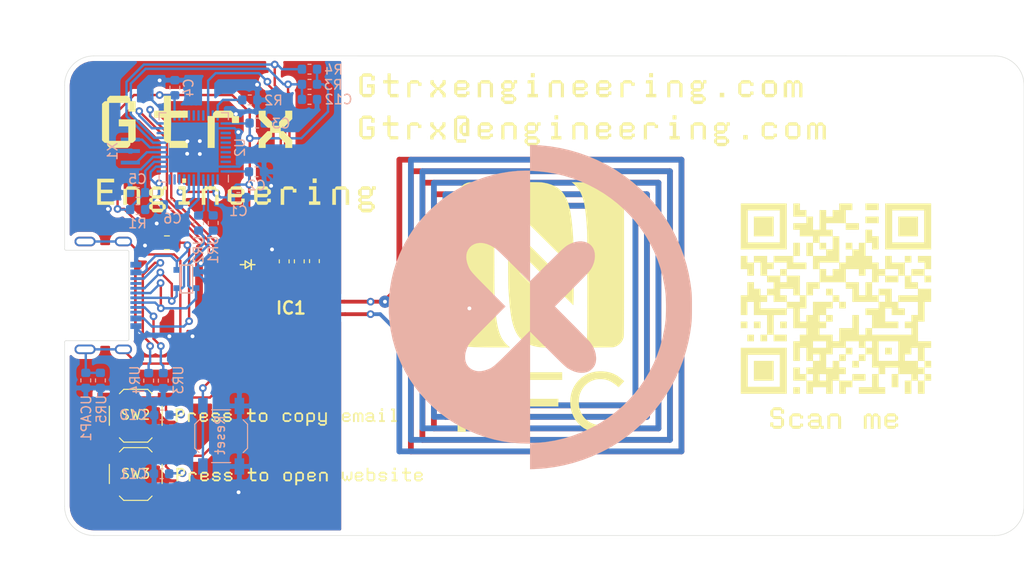
<source format=kicad_pcb>
(kicad_pcb (version 20171130) (host pcbnew "(5.1.6)-1")
  (layers (0 F.Cu signal) (31 B.Cu signal) (34 B.Paste user) (35 F.Paste user) (36 B.SilkS user) (37 F.SilkS user) (38 B.Mask user hide) (39 F.Mask user hide) (44 Edge.Cuts user))
  (net 0 "")
  (net 1 +5V)
  (net 2 GND)
  (net 3 "Net-(C6-Pad1)")
  (net 4 "Net-(C7-Pad1)")
  (net 5 "Net-(C10-Pad1)")
  (net 6 "Net-(C11-Pad1)")
  (net 7 VCC)
  (net 8 "Net-(AE1-Pad2)")
  (net 9 SDA)
  (net 10 SCL)
  (net 11 BUSY)
  (net 12 RST)
  (net 13 "Net-(R2-Pad2)")
  (net 14 "Net-(U1-Pad3)")
  (net 15 "Net-(U1-Pad2)")
  (net 16 "Net-(U2-Pad39)")
  (net 17 "Net-(U2-Pad40)")
  (net 18 "Net-(U2-Pad41)")
  (net 19 "Net-(U2-Pad42)")
  (net 20 "Net-(U2-Pad38)")
  (net 21 "Net-(U2-Pad37)")
  (net 22 "Net-(U2-Pad36)")
  (net 23 "Net-(U2-Pad17)")
  (net 24 "Net-(U2-Pad16)")
  (net 25 "Net-(U2-Pad12)")
  (net 26 "Net-(U2-Pad20)")
  (net 27 "Net-(U2-Pad28)")
  (net 28 "Net-(U2-Pad27)")
  (net 29 "Net-(U2-Pad26)")
  (net 30 "Net-(U2-Pad8)")
  (net 31 SCK)
  (net 32 "Net-(U2-Pad25)")
  (net 33 MOSI)
  (net 34 MISO)
  (net 35 "Net-(U2-Pad29)")
  (net 36 D+)
  (net 37 "Net-(U2-Pad30)")
  (net 38 D-)
  (net 39 "Net-(U2-Pad32)")
  (net 40 "Net-(U2-Pad1)")
  (net 41 "Net-(UR3-Pad1)")
  (net 42 "Net-(UR4-Pad1)")
  (net 43 "Net-(UR5-Pad1)")
  (net 44 "Net-(USB1-Pad3)")
  (net 45 "Net-(USB1-Pad9)")
  (module Diode_SMD:D_SOD-123 (layer F.Cu) (at 81.6864 86.0044 180)
    (fp_text reference D9 hide)
    (fp_text value D_Small)
    (pad 1 smd rect (at -1.65 0 180) (size 0.9 1.2) (layers F.Cu F.Paste F.Mask) (net 4 "Net-(C7-Pad1)"))
    (pad 2 smd rect (at 1.65 0 180) (size 0.9 1.2) (layers F.Cu F.Paste F.Mask) (net 1 +5V))
  )
  (module "Mixed Lib:SOIC127P600X175-8N" (layer F.Cu) (at 86.2076 90.5256 180)
    (fp_text reference IC1 (at 0 0 180) (layer F.SilkS) (effects (font (size 1.27 1.27) (thickness 0.254))))
    (fp_text value M24LR04E-RMN6T_2 hide)
    (pad 1 smd rect (at -2.712 -1.905 270) (size 0.65 1.525) (layers F.Cu F.Paste F.Mask) (net 4 "Net-(C7-Pad1)"))
    (pad 2 smd rect (at -2.712 -0.635 270) (size 0.65 1.525) (layers F.Cu F.Paste F.Mask) (net 8 "Net-(AE1-Pad2)"))
    (pad 3 smd rect (at -2.712 0.635 270) (size 0.65 1.525) (layers F.Cu F.Paste F.Mask) (net 8 "Net-(AE1-Pad2)"))
    (pad 4 smd rect (at -2.712 1.905 270) (size 0.65 1.525) (layers F.Cu F.Paste F.Mask) (net 2 GND))
    (pad 5 smd rect (at 2.712 1.905 270) (size 0.65 1.525) (layers F.Cu F.Paste F.Mask) (net 9 SDA))
    (pad 6 smd rect (at 2.712 0.635 270) (size 0.65 1.525) (layers F.Cu F.Paste F.Mask) (net 10 SCL))
    (pad 7 smd rect (at 2.712 -0.635 270) (size 0.65 1.525) (layers F.Cu F.Paste F.Mask) (net 11 BUSY))
    (pad 8 smd rect (at 2.712 -1.905 270) (size 0.65 1.525) (layers F.Cu F.Paste F.Mask) (net 4 "Net-(C7-Pad1)"))
  )
  (module "Mixed Lib:scanme" (layer F.Cu) (at 142.82928 101.99116)
    (fp_text reference G*** hide)
    (fp_text value LOGO hide)
  )
  (module "Mixed Lib:gotoemail" (layer F.Cu) (at 85.70468 101.89464)
    (fp_text reference G*** hide)
    (fp_text value LOGO hide)
  )
  (module "Mixed Lib:gotowebsite" (layer F.Cu) (at 87.09914 108.08208)
    (fp_text reference G*** hide)
    (fp_text value LOGO hide)
  )
  (module "Mixed Lib:website" (layer F.Cu) (at 116.4336 67.65036)
    (fp_text reference G*** hide)
    (fp_text value LOGO hide)
  )
  (module "Mixed Lib:Email" (layer F.Cu) (at 117.63248 72.04456)
    (fp_text reference G*** hide)
    (fp_text value LOGO hide)
  )
  (module "Mixed Lib:Maintext" (layer F.Cu) (at 80.52816 74.48296)
    (fp_text reference G*** hide)
    (fp_text value LOGO hide)
  )
  (module "Mixed Lib:QRCODE" (layer F.Cu) (at 143.002 89.535)
    (fp_text reference G*** hide)
    (fp_text value LOGO hide)
  )
  (module "Mixed Lib:NFC" (layer F.Cu) (at 112.41024 90.45448)
    (fp_text reference G*** hide)
    (fp_text value LOGO hide)
  )
  (module "Mixed Lib:LOGO" (layer B.Cu) (at 110.871 90.424)
    (fp_text reference G*** hide)
    (fp_text value LOGO hide)
  )
  (module Capacitor_SMD:C_0603_1608Metric (layer B.Cu) (at 72.7202 107.7976 180)
    (fp_text reference C11 (at 2.9718 -0.0254) (layer B.SilkS) (effects (justify mirror)))
    (fp_text value 10nF)
    (pad 2 smd roundrect (at 0.7875 0 180) (size 0.875 0.95) (layers B.Cu B.Paste B.Mask) (net 2 GND))
    (pad 1 smd roundrect (at -0.7875 0 180) (size 0.875 0.95) (layers B.Cu B.Paste B.Mask) (net 6 "Net-(C11-Pad1)"))
  )
  (module Capacitor_SMD:C_0603_1608Metric (layer B.Cu) (at 72.7456 101.6762 180)
    (fp_text reference C10 (at 2.9972 0) (layer B.SilkS) (effects (justify mirror)))
    (fp_text value 10nF)
    (pad 1 smd roundrect (at -0.7875 0 180) (size 0.875 0.95) (layers B.Cu B.Paste B.Mask) (net 5 "Net-(C10-Pad1)"))
    (pad 2 smd roundrect (at 0.7875 0 180) (size 0.875 0.95) (layers B.Cu B.Paste B.Mask) (net 2 GND))
  )
  (module Package_DFN_QFN:QFN-44-1EP_7x7mm_P0.5mm_EP5.2x5.2mm (layer B.Cu) (at 76.073 73.787 90)
    (fp_text reference U2 (at 0 4.82 90) (layer B.SilkS) (effects (justify mirror)))
    (fp_text value ATmega32U4)
    (pad 45 smd rect (at 0 0 90) (size 5.2 5.2) (layers B.Cu B.Mask) (net 2 GND))
    (pad 44 smd roundrect (at -2.5 3.3375 90) (size 0.25 1.075) (layers B.Cu B.Paste B.Mask) (net 1 +5V))
    (pad 43 smd roundrect (at -2 3.3375 90) (size 0.25 1.075) (layers B.Cu B.Paste B.Mask) (net 2 GND))
    (pad 42 smd roundrect (at -1.5 3.3375 90) (size 0.25 1.075) (layers B.Cu B.Paste B.Mask) (net 19 "Net-(U2-Pad42)"))
    (pad 41 smd roundrect (at -1 3.3375 90) (size 0.25 1.075) (layers B.Cu B.Paste B.Mask) (net 18 "Net-(U2-Pad41)"))
    (pad 40 smd roundrect (at -0.5 3.3375 90) (size 0.25 1.075) (layers B.Cu B.Paste B.Mask) (net 17 "Net-(U2-Pad40)"))
    (pad 39 smd roundrect (at 0 3.3375 90) (size 0.25 1.075) (layers B.Cu B.Paste B.Mask) (net 16 "Net-(U2-Pad39)"))
    (pad 38 smd roundrect (at 0.5 3.3375 90) (size 0.25 1.075) (layers B.Cu B.Paste B.Mask) (net 20 "Net-(U2-Pad38)"))
    (pad 37 smd roundrect (at 1 3.3375 90) (size 0.25 1.075) (layers B.Cu B.Paste B.Mask) (net 21 "Net-(U2-Pad37)"))
    (pad 36 smd roundrect (at 1.5 3.3375 90) (size 0.25 1.075) (layers B.Cu B.Paste B.Mask) (net 22 "Net-(U2-Pad36)"))
    (pad 35 smd roundrect (at 2 3.3375 90) (size 0.25 1.075) (layers B.Cu B.Paste B.Mask) (net 2 GND))
    (pad 34 smd roundrect (at 2.5 3.3375 90) (size 0.25 1.075) (layers B.Cu B.Paste B.Mask) (net 1 +5V))
    (pad 33 smd roundrect (at 3.3375 2.5 90) (size 1.075 0.25) (layers B.Cu B.Paste B.Mask) (net 13 "Net-(R2-Pad2)"))
    (pad 32 smd roundrect (at 3.3375 2 90) (size 1.075 0.25) (layers B.Cu B.Paste B.Mask) (net 39 "Net-(U2-Pad32)"))
    (pad 31 smd roundrect (at 3.3375 1.5 90) (size 1.075 0.25) (layers B.Cu B.Paste B.Mask) (net 11 BUSY))
    (pad 30 smd roundrect (at 3.3375 1 90) (size 1.075 0.25) (layers B.Cu B.Paste B.Mask) (net 37 "Net-(U2-Pad30)"))
    (pad 29 smd roundrect (at 3.3375 0.5 90) (size 1.075 0.25) (layers B.Cu B.Paste B.Mask) (net 35 "Net-(U2-Pad29)"))
    (pad 28 smd roundrect (at 3.3375 0 90) (size 1.075 0.25) (layers B.Cu B.Paste B.Mask) (net 27 "Net-(U2-Pad28)"))
    (pad 27 smd roundrect (at 3.3375 -0.5 90) (size 1.075 0.25) (layers B.Cu B.Paste B.Mask) (net 28 "Net-(U2-Pad27)"))
    (pad 26 smd roundrect (at 3.3375 -1 90) (size 1.075 0.25) (layers B.Cu B.Paste B.Mask) (net 29 "Net-(U2-Pad26)"))
    (pad 25 smd roundrect (at 3.3375 -1.5 90) (size 1.075 0.25) (layers B.Cu B.Paste B.Mask) (net 32 "Net-(U2-Pad25)"))
    (pad 24 smd roundrect (at 3.3375 -2 90) (size 1.075 0.25) (layers B.Cu B.Paste B.Mask) (net 1 +5V))
    (pad 23 smd roundrect (at 3.3375 -2.5 90) (size 1.075 0.25) (layers B.Cu B.Paste B.Mask) (net 2 GND))
    (pad 22 smd roundrect (at 2.5 -3.3375 90) (size 0.25 1.075) (layers B.Cu B.Paste B.Mask) (net 6 "Net-(C11-Pad1)"))
    (pad 21 smd roundrect (at 2 -3.3375 90) (size 0.25 1.075) (layers B.Cu B.Paste B.Mask) (net 5 "Net-(C10-Pad1)"))
    (pad 20 smd roundrect (at 1.5 -3.3375 90) (size 0.25 1.075) (layers B.Cu B.Paste B.Mask) (net 26 "Net-(U2-Pad20)"))
    (pad 19 smd roundrect (at 1 -3.3375 90) (size 0.25 1.075) (layers B.Cu B.Paste B.Mask) (net 9 SDA))
    (pad 18 smd roundrect (at 0.5 -3.3375 90) (size 0.25 1.075) (layers B.Cu B.Paste B.Mask) (net 10 SCL))
    (pad 17 smd roundrect (at 0 -3.3375 90) (size 0.25 1.075) (layers B.Cu B.Paste B.Mask) (net 23 "Net-(U2-Pad17)"))
    (pad 16 smd roundrect (at -0.5 -3.3375 90) (size 0.25 1.075) (layers B.Cu B.Paste B.Mask) (net 24 "Net-(U2-Pad16)"))
    (pad 15 smd roundrect (at -1 -3.3375 90) (size 0.25 1.075) (layers B.Cu B.Paste B.Mask) (net 2 GND))
    (pad 14 smd roundrect (at -1.5 -3.3375 90) (size 0.25 1.075) (layers B.Cu B.Paste B.Mask) (net 1 +5V))
    (pad 13 smd roundrect (at -2 -3.3375 90) (size 0.25 1.075) (layers B.Cu B.Paste B.Mask) (net 12 RST))
    (pad 12 smd roundrect (at -2.5 -3.3375 90) (size 0.25 1.075) (layers B.Cu B.Paste B.Mask) (net 25 "Net-(U2-Pad12)"))
    (pad 11 smd roundrect (at -3.3375 -2.5 90) (size 1.075 0.25) (layers B.Cu B.Paste B.Mask) (net 34 MISO))
    (pad 10 smd roundrect (at -3.3375 -2 90) (size 1.075 0.25) (layers B.Cu B.Paste B.Mask) (net 33 MOSI))
    (pad 9 smd roundrect (at -3.3375 -1.5 90) (size 1.075 0.25) (layers B.Cu B.Paste B.Mask) (net 31 SCK))
    (pad 8 smd roundrect (at -3.3375 -1 90) (size 1.075 0.25) (layers B.Cu B.Paste B.Mask) (net 30 "Net-(U2-Pad8)"))
    (pad 7 smd roundrect (at -3.3375 -0.5 90) (size 1.075 0.25) (layers B.Cu B.Paste B.Mask) (net 1 +5V))
    (pad 6 smd roundrect (at -3.3375 0 90) (size 1.075 0.25) (layers B.Cu B.Paste B.Mask) (net 3 "Net-(C6-Pad1)"))
    (pad 5 smd roundrect (at -3.3375 0.5 90) (size 1.075 0.25) (layers B.Cu B.Paste B.Mask) (net 2 GND))
    (pad 4 smd roundrect (at -3.3375 1 90) (size 1.075 0.25) (layers B.Cu B.Paste B.Mask) (net 36 D+))
    (pad 3 smd roundrect (at -3.3375 1.5 90) (size 1.075 0.25) (layers B.Cu B.Paste B.Mask) (net 38 D-))
    (pad 2 smd roundrect (at -3.3375 2 90) (size 1.075 0.25) (layers B.Cu B.Paste B.Mask) (net 1 +5V))
    (pad 1 smd roundrect (at -3.3375 2.5 90) (size 1.075 0.25) (layers B.Cu B.Paste B.Mask) (net 40 "Net-(U2-Pad1)"))
  )
  (module Fuse:Fuse_0805_2012Metric (layer F.Cu) (at 73.279 83.7184 180)
    (fp_text reference F1 hide)
    (fp_text value Polyfuse_Small)
    (pad 1 smd roundrect (at -0.9375 0 180) (size 0.975 1.4) (layers F.Cu F.Paste F.Mask) (net 7 VCC))
    (pad 2 smd roundrect (at 0.9375 0 180) (size 0.975 1.4) (layers F.Cu F.Paste F.Mask) (net 1 +5V))
  )
  (module Button_Switch_SMD:SW_SPST_TL3342 (layer B.Cu) (at 78.9305 103.886 90)
    (fp_text reference Reset (at 0.127 -0.1143 90) (layer B.SilkS) (effects (justify mirror)))
    (fp_text value SW_PUSH)
    (pad 1 smd rect (at -3.15 1.9 90) (size 1.7 1) (layers B.Cu B.Paste B.Mask) (net 2 GND))
    (pad 1 smd rect (at 3.15 1.9 90) (size 1.7 1) (layers B.Cu B.Paste B.Mask) (net 2 GND))
    (pad 2 smd rect (at -3.15 -1.9 90) (size 1.7 1) (layers B.Cu B.Paste B.Mask) (net 12 RST))
    (pad 2 smd rect (at 3.15 -1.9 90) (size 1.7 1) (layers B.Cu B.Paste B.Mask) (net 12 RST))
  )
  (module Button_Switch_SMD:SW_SPST_TL3342 (layer F.Cu) (at 70.0278 101.7524)
    (fp_text reference SW2 (at -0.0254 -0.1016) (layer F.SilkS))
    (fp_text value SW_PUSH)
    (pad 1 smd rect (at -3.15 -1.9) (size 1.7 1) (layers F.Cu F.Paste F.Mask) (net 5 "Net-(C10-Pad1)"))
    (pad 1 smd rect (at 3.15 -1.9) (size 1.7 1) (layers F.Cu F.Paste F.Mask) (net 5 "Net-(C10-Pad1)"))
    (pad 2 smd rect (at -3.15 1.9) (size 1.7 1) (layers F.Cu F.Paste F.Mask) (net 2 GND))
    (pad 2 smd rect (at 3.15 1.9) (size 1.7 1) (layers F.Cu F.Paste F.Mask) (net 2 GND))
  )
  (module Button_Switch_SMD:SW_SPST_TL3342 (layer F.Cu) (at 70.0278 107.823)
    (fp_text reference SW3 (at -0.0254 -0.0254) (layer F.SilkS))
    (fp_text value SW_PUSH)
    (pad 2 smd rect (at 3.15 1.9) (size 1.7 1) (layers F.Cu F.Paste F.Mask) (net 2 GND))
    (pad 2 smd rect (at -3.15 1.9) (size 1.7 1) (layers F.Cu F.Paste F.Mask) (net 2 GND))
    (pad 1 smd rect (at 3.15 -1.9) (size 1.7 1) (layers F.Cu F.Paste F.Mask) (net 6 "Net-(C11-Pad1)"))
    (pad 1 smd rect (at -3.15 -1.9) (size 1.7 1) (layers F.Cu F.Paste F.Mask) (net 6 "Net-(C11-Pad1)"))
  )
  (module "Mixed Lib:SOT143B" (layer B.Cu) (at 75.311 87.503 270)
    (fp_text reference U1 hide)
    (fp_text value PRTR5V0U2X)
    (pad 1 smd rect (at -0.75 -1 270) (size 1 0.7) (layers B.Cu B.Paste B.Mask) (net 2 GND))
    (pad 4 smd rect (at -0.95 1 270) (size 0.6 0.7) (layers B.Cu B.Paste B.Mask) (net 7 VCC))
    (pad 2 smd rect (at 0.95 -1 270) (size 0.6 0.7) (layers B.Cu B.Paste B.Mask) (net 15 "Net-(U1-Pad2)"))
    (pad 3 smd rect (at 0.95 1 270) (size 0.6 0.7) (layers B.Cu B.Paste B.Mask) (net 14 "Net-(U1-Pad3)"))
  )
  (module Type-C:HRO-TYPE-C-31-M-13 (layer B.Cu) (at 62.6446 89.2114 90)
    (fp_text reference USB1 hide)
    (fp_text value HRO-TYPE-C-31-M-12)
    (pad 12 smd rect (at 3.2 7.4 90) (size 0.6 1.15) (layers B.Cu B.Paste B.Mask) (net 2 GND))
    (pad 1 smd rect (at -3.2 7.4 90) (size 0.6 1.15) (layers B.Cu B.Paste B.Mask) (net 2 GND))
    (pad 11 smd rect (at 2.4 7.4 90) (size 0.6 1.15) (layers B.Cu B.Paste B.Mask) (net 7 VCC))
    (pad 2 smd rect (at -2.4 7.4 90) (size 0.6 1.15) (layers B.Cu B.Paste B.Mask) (net 7 VCC))
    (pad 3 smd rect (at -1.75 7.4 90) (size 0.3 1.15) (layers B.Cu B.Paste B.Mask) (net 44 "Net-(USB1-Pad3)"))
    (pad 10 smd rect (at 1.75 7.4 90) (size 0.3 1.15) (layers B.Cu B.Paste B.Mask) (net 42 "Net-(UR4-Pad1)"))
    (pad 4 smd rect (at -1.25 7.4 90) (size 0.3 1.15) (layers B.Cu B.Paste B.Mask) (net 41 "Net-(UR3-Pad1)"))
    (pad 9 smd rect (at 1.25 7.4 90) (size 0.3 1.15) (layers B.Cu B.Paste B.Mask) (net 45 "Net-(USB1-Pad9)"))
    (pad 5 smd rect (at -0.75 7.4 90) (size 0.3 1.15) (layers B.Cu B.Paste B.Mask) (net 15 "Net-(U1-Pad2)"))
    (pad 8 smd rect (at 0.75 7.4 90) (size 0.3 1.15) (layers B.Cu B.Paste B.Mask) (net 14 "Net-(U1-Pad3)"))
    (pad 7 smd rect (at 0.25 7.4 90) (size 0.3 1.15) (layers B.Cu B.Paste B.Mask) (net 15 "Net-(U1-Pad2)"))
    (pad 6 smd rect (at -0.25 7.4 90) (size 0.3 1.15) (layers B.Cu B.Paste B.Mask) (net 14 "Net-(U1-Pad3)"))
    (pad 13 thru_hole oval (at -5.62 6.1 90) (size 1 1.8) (drill oval 0.6 1.4) (layers *.Cu *.Mask) (net 43 "Net-(UR5-Pad1)"))
    (pad 13 thru_hole oval (at 5.62 6.1 90) (size 1 1.8) (drill oval 0.6 1.4) (layers *.Cu *.Mask) (net 43 "Net-(UR5-Pad1)"))
    (pad 13 thru_hole oval (at -5.62 2.1 90) (size 1 2.2) (drill oval 0.6 1.8) (layers *.Cu *.Mask) (net 43 "Net-(UR5-Pad1)"))
    (pad 13 thru_hole oval (at 5.62 2.1 90) (size 1 2.2) (drill oval 0.6 1.8) (layers *.Cu *.Mask) (net 43 "Net-(UR5-Pad1)"))
  )
  (module "Mixed Lib:CSTCE" (layer B.Cu) (at 69.469 74.168 270)
    (fp_text reference X1 (at 0.0254 1.8542 90) (layer B.SilkS) (effects (justify mirror)))
    (fp_text value XTAL_GND)
    (pad 2 smd rect (at 0 0 270) (size 0.4 2) (layers B.Cu B.Paste B.Mask) (net 2 GND))
    (pad 1 smd rect (at -1.2 0 270) (size 0.4 2) (layers B.Cu B.Paste B.Mask) (net 23 "Net-(U2-Pad17)"))
    (pad 3 smd rect (at 1.2 0 270) (size 0.4 2) (layers B.Cu B.Paste B.Mask) (net 24 "Net-(U2-Pad16)"))
  )
  (module Capacitor_SMD:C_0603_1608Metric (layer B.Cu) (at 80.734 78.994)
    (fp_text reference C1 (at 0 1.43) (layer B.SilkS) (effects (justify mirror)))
    (fp_text value 4.7uf)
    (pad 1 smd roundrect (at -0.7875 0) (size 0.875 0.95) (layers B.Cu B.Paste B.Mask) (net 1 +5V))
    (pad 2 smd roundrect (at 0.7875 0) (size 0.875 0.95) (layers B.Cu B.Paste B.Mask) (net 2 GND))
  )
  (module Capacitor_SMD:C_0603_1608Metric (layer B.Cu) (at 82.6135 76.327)
    (fp_text reference C2 (at 0 1.43) (layer B.SilkS) (effects (justify mirror)))
    (fp_text value C)
    (pad 1 smd roundrect (at -0.7875 0) (size 0.875 0.95) (layers B.Cu B.Paste B.Mask) (net 1 +5V))
    (pad 2 smd roundrect (at 0.7875 0) (size 0.875 0.95) (layers B.Cu B.Paste B.Mask) (net 2 GND))
  )
  (module Capacitor_SMD:C_0603_1608Metric (layer B.Cu) (at 82.677 71.247)
    (fp_text reference C3 (at 2.4892 0.0508) (layer B.SilkS) (effects (justify mirror)))
    (fp_text value C)
    (pad 2 smd roundrect (at 0.7875 0) (size 0.875 0.95) (layers B.Cu B.Paste B.Mask) (net 2 GND))
    (pad 1 smd roundrect (at -0.7875 0) (size 0.875 0.95) (layers B.Cu B.Paste B.Mask) (net 1 +5V))
  )
  (module Capacitor_SMD:C_0603_1608Metric (layer B.Cu) (at 74.1045 67.564 90)
    (fp_text reference C4 (at 0 1.43 90) (layer B.SilkS) (effects (justify mirror)))
    (fp_text value C)
    (pad 1 smd roundrect (at -0.7875 0 90) (size 0.875 0.95) (layers B.Cu B.Paste B.Mask) (net 1 +5V))
    (pad 2 smd roundrect (at 0.7875 0 90) (size 0.875 0.95) (layers B.Cu B.Paste B.Mask) (net 2 GND))
  )
  (module Capacitor_SMD:C_0603_1608Metric (layer B.Cu) (at 70.231 78.486 180)
    (fp_text reference C5 (at 0.0254 1.397) (layer B.SilkS) (effects (justify mirror)))
    (fp_text value C)
    (pad 2 smd roundrect (at 0.7875 0 180) (size 0.875 0.95) (layers B.Cu B.Paste B.Mask) (net 2 GND))
    (pad 1 smd roundrect (at -0.7875 0 180) (size 0.875 0.95) (layers B.Cu B.Paste B.Mask) (net 1 +5V))
  )
  (module Capacitor_SMD:C_0603_1608Metric (layer B.Cu) (at 73.749 79.756 180)
    (fp_text reference C6 (at -0.1142 -1.4478) (layer B.SilkS) (effects (justify mirror)))
    (fp_text value 1uf)
    (pad 2 smd roundrect (at 0.7875 0 180) (size 0.875 0.95) (layers B.Cu B.Paste B.Mask) (net 2 GND))
    (pad 1 smd roundrect (at -0.7875 0 180) (size 0.875 0.95) (layers B.Cu B.Paste B.Mask) (net 3 "Net-(C6-Pad1)"))
  )
  (module Capacitor_SMD:C_0603_1608Metric (layer F.Cu) (at 85.50148 85.65896 90)
    (fp_text reference C7 hide)
    (fp_text value 10nF)
    (pad 2 smd roundrect (at 0.7875 0 90) (size 0.875 0.95) (layers F.Cu F.Paste F.Mask) (net 2 GND))
    (pad 1 smd roundrect (at -0.7875 0 90) (size 0.875 0.95) (layers F.Cu F.Paste F.Mask) (net 4 "Net-(C7-Pad1)"))
  )
  (module Capacitor_SMD:C_0603_1608Metric (layer F.Cu) (at 87.07628 85.65896 90)
    (fp_text reference C8 hide)
    (fp_text value 100nF)
    (pad 1 smd roundrect (at -0.7875 0 90) (size 0.875 0.95) (layers F.Cu F.Paste F.Mask) (net 4 "Net-(C7-Pad1)"))
    (pad 2 smd roundrect (at 0.7875 0 90) (size 0.875 0.95) (layers F.Cu F.Paste F.Mask) (net 2 GND))
  )
  (module Capacitor_SMD:C_0603_1608Metric (layer F.Cu) (at 88.65108 85.63366 90)
    (fp_text reference C9 hide)
    (fp_text value 4.7uF)
    (pad 2 smd roundrect (at 0.7875 0 90) (size 0.875 0.95) (layers F.Cu F.Paste F.Mask) (net 2 GND))
    (pad 1 smd roundrect (at -0.7875 0 90) (size 0.875 0.95) (layers F.Cu F.Paste F.Mask) (net 4 "Net-(C7-Pad1)"))
  )
  (module Capacitor_SMD:C_0603_1608Metric (layer B.Cu) (at 88.138 68.7832)
    (fp_text reference C12 (at 3.0226 0) (layer B.SilkS) (effects (justify mirror)))
    (fp_text value 30pF)
    (pad 1 smd roundrect (at -0.7875 0) (size 0.875 0.95) (layers B.Cu B.Paste B.Mask) (net 9 SDA))
    (pad 2 smd roundrect (at 0.7875 0) (size 0.875 0.95) (layers B.Cu B.Paste B.Mask) (net 2 GND))
  )
  (module Resistor_SMD:R_0603_1608Metric (layer B.Cu) (at 70.231 80.264 180)
    (fp_text reference R1 (at 0.0254 -1.4478) (layer B.SilkS) (effects (justify mirror)))
    (fp_text value 10k)
    (pad 1 smd roundrect (at -0.7875 0 180) (size 0.875 0.95) (layers B.Cu B.Paste B.Mask) (net 12 RST))
    (pad 2 smd roundrect (at 0.7875 0 180) (size 0.875 0.95) (layers B.Cu B.Paste B.Mask) (net 1 +5V))
  )
  (module Resistor_SMD:R_0603_1608Metric (layer B.Cu) (at 81.915 68.834 180)
    (fp_text reference R2 (at -2.4638 -0.0508) (layer B.SilkS) (effects (justify mirror)))
    (fp_text value 10k)
    (pad 1 smd roundrect (at -0.7875 0 180) (size 0.875 0.95) (layers B.Cu B.Paste B.Mask) (net 2 GND))
    (pad 2 smd roundrect (at 0.7875 0 180) (size 0.875 0.95) (layers B.Cu B.Paste B.Mask) (net 13 "Net-(R2-Pad2)"))
  )
  (module Resistor_SMD:R_0603_1608Metric (layer B.Cu) (at 88.138 67.2084 180)
    (fp_text reference R3 (at -2.4638 -0.0508) (layer B.SilkS) (effects (justify mirror)))
    (fp_text value 4k)
    (pad 1 smd roundrect (at -0.7875 0 180) (size 0.875 0.95) (layers B.Cu B.Paste B.Mask) (net 1 +5V))
    (pad 2 smd roundrect (at 0.7875 0 180) (size 0.875 0.95) (layers B.Cu B.Paste B.Mask) (net 9 SDA))
  )
  (module Resistor_SMD:R_0603_1608Metric (layer B.Cu) (at 88.138 65.6336 180)
    (fp_text reference R4 (at -2.5146 -0.0508) (layer B.SilkS) (effects (justify mirror)))
    (fp_text value 4k)
    (pad 2 smd roundrect (at 0.7875 0 180) (size 0.875 0.95) (layers B.Cu B.Paste B.Mask) (net 10 SCL))
    (pad 1 smd roundrect (at -0.7875 0 180) (size 0.875 0.95) (layers B.Cu B.Paste B.Mask) (net 1 +5V))
  )
  (module Resistor_SMD:R_0603_1608Metric (layer B.Cu) (at 78.105 81.661 90)
    (fp_text reference UR1 (at -2.794 0 90) (layer B.SilkS) (effects (justify mirror)))
    (fp_text value 22)
    (pad 2 smd roundrect (at 0.7875 0 90) (size 0.875 0.95) (layers B.Cu B.Paste B.Mask) (net 38 D-))
    (pad 1 smd roundrect (at -0.7875 0 90) (size 0.875 0.95) (layers B.Cu B.Paste B.Mask) (net 15 "Net-(U1-Pad2)"))
  )
  (module Resistor_SMD:R_0603_1608Metric (layer B.Cu) (at 76.581 81.661 90)
    (fp_text reference UR2 (at -2.794 0 90) (layer B.SilkS) (effects (justify mirror)))
    (fp_text value 22)
    (pad 2 smd roundrect (at 0.7875 0 90) (size 0.875 0.95) (layers B.Cu B.Paste B.Mask) (net 36 D+))
    (pad 1 smd roundrect (at -0.7875 0 90) (size 0.875 0.95) (layers B.Cu B.Paste B.Mask) (net 14 "Net-(U1-Pad3)"))
  )
  (module Resistor_SMD:R_0603_1608Metric (layer B.Cu) (at 72.898 98.0948 270)
    (fp_text reference UR3 (at -0.0762 -1.5748 90) (layer B.SilkS) (effects (justify mirror)))
    (fp_text value 5.1k)
    (pad 2 smd roundrect (at 0.7875 0 270) (size 0.875 0.95) (layers B.Cu B.Paste B.Mask) (net 2 GND))
    (pad 1 smd roundrect (at -0.7875 0 270) (size 0.875 0.95) (layers B.Cu B.Paste B.Mask) (net 41 "Net-(UR3-Pad1)"))
  )
  (module Resistor_SMD:R_0603_1608Metric (layer B.Cu) (at 71.374 98.0948 270)
    (fp_text reference UR4 (at -0.0762 1.4224 90) (layer B.SilkS) (effects (justify mirror)))
    (fp_text value 5.1k)
    (pad 1 smd roundrect (at -0.7875 0 270) (size 0.875 0.95) (layers B.Cu B.Paste B.Mask) (net 42 "Net-(UR4-Pad1)"))
    (pad 2 smd roundrect (at 0.7875 0 270) (size 0.875 0.95) (layers B.Cu B.Paste B.Mask) (net 2 GND))
  )
  (module Resistor_SMD:R_0603_1608Metric (layer B.Cu) (at 66.3448 98.0695 270)
    (fp_text reference UR5 (at 2.9971 -0.1016 90) (layer B.SilkS) (effects (justify mirror)))
    (fp_text value 1M)
    (pad 1 smd roundrect (at -0.7875 0 270) (size 0.875 0.95) (layers B.Cu B.Paste B.Mask) (net 43 "Net-(UR5-Pad1)"))
    (pad 2 smd roundrect (at 0.7875 0 270) (size 0.875 0.95) (layers B.Cu B.Paste B.Mask) (net 2 GND))
  )
  (module Capacitor_SMD:C_0603_1608Metric (layer B.Cu) (at 64.8208 98.0693 90)
    (fp_text reference UCAP1 (at -3.9371 0.0508 90) (layer B.SilkS) (effects (justify mirror)))
    (fp_text value 4.7uF)
    (pad 1 smd roundrect (at -0.7875 0 90) (size 0.875 0.95) (layers B.Cu B.Paste B.Mask) (net 2 GND))
    (pad 2 smd roundrect (at 0.7875 0 90) (size 0.875 0.95) (layers B.Cu B.Paste B.Mask) (net 43 "Net-(UR5-Pad1)"))
  )
  (gr_line (start 62.611 84.3534) (end 62.611 67.2973) (layer Edge.Cuts) (width 0.05))
  (gr_line (start 62.611 94.0816) (end 62.611 111.185856) (layer Edge.Cuts) (width 0.05))
  (gr_line (start 69.1642 93.9292) (end 62.7634 93.9292) (layer Edge.Cuts) (width 0.05))
  (gr_line (start 69.1642 84.5058) (end 62.7634 84.5058) (layer Edge.Cuts) (width 0.05))
  (gr_line (start 69.3166 93.7768) (end 69.3166 84.6582) (layer Edge.Cuts) (width 0.05))
  (gr_arc (start 69.1642 84.6582) (end 69.3166 84.6582) (angle -90) (layer Edge.Cuts) (width 0.05))
  (gr_arc (start 69.1642 93.7768) (end 69.1642 93.9292) (angle -90) (layer Edge.Cuts) (width 0.05))
  (gr_arc (start 62.7634 94.0816) (end 62.7634 93.9292) (angle -90) (layer Edge.Cuts) (width 0.05))
  (gr_arc (start 62.7634 84.3534) (end 62.611 84.3534) (angle -90) (layer Edge.Cuts) (width 0.05))
  (gr_line (start 162.6108 111.185856) (end 162.6108 67.299944) (layer Edge.Cuts) (width 0.05))
  (gr_line (start 65.661644 114.2365) (end 159.560156 114.2365) (layer Edge.Cuts) (width 0.05))
  (gr_line (start 159.560156 64.2493) (end 65.661644 64.246656) (layer Edge.Cuts) (width 0.05))
  (gr_arc (start 65.661644 111.185856) (end 62.611 111.185856) (angle -90) (layer Edge.Cuts) (width 0.05))
  (gr_arc (start 65.661644 67.2973) (end 65.661644 64.246656) (angle -90) (layer Edge.Cuts) (width 0.05))
  (gr_arc (start 159.560156 67.299944) (end 162.6108 67.299944) (angle -90) (layer Edge.Cuts) (width 0.05))
  (gr_arc (start 159.560156 111.185856) (end 159.560156 114.2365) (angle -90) (layer Edge.Cuts) (width 0.05))
  (segment (start 75.573 78.1605) (end 75.573 77.1245) (width 0.25) (layer B.Cu) (net 1))
  (segment (start 75.311 78.4225) (end 75.573 78.1605) (width 0.25) (layer B.Cu) (net 1))
  (segment (start 74.073 68.066) (end 74.041 68.034) (width 0.25) (layer B.Cu) (net 1))
  (segment (start 74.073 70.4495) (end 74.073 68.066) (width 0.25) (layer B.Cu) (net 1))
  (segment (start 71.0185 76.238) (end 71.0185 78.486) (width 0.25) (layer B.Cu) (net 1))
  (segment (start 72.7355 75.287) (end 71.9695 75.287) (width 0.25) (layer B.Cu) (net 1))
  (segment (start 71.9695 75.287) (end 71.0185 76.238) (width 0.25) (layer B.Cu) (net 1))
  (segment (start 69.4435 80.061) (end 71.0185 78.486) (width 0.25) (layer B.Cu) (net 1))
  (segment (start 69.4435 80.264) (end 69.4435 80.061) (width 0.25) (layer B.Cu) (net 1))
  (via (at 74.676 78.4225) (size 0.8) (drill 0.4) (layers F.Cu B.Cu) (net 1))
  (segment (start 75.311 78.4225) (end 74.676 78.4225) (width 0.25) (layer B.Cu) (net 1))
  (via (at 78.4225 78.5495) (size 0.8) (drill 0.4) (layers F.Cu B.Cu) (net 1))
  (segment (start 74.676 78.4225) (end 78.2955 78.4225) (width 0.25) (layer F.Cu) (net 1))
  (segment (start 78.2955 78.4225) (end 78.4225 78.5495) (width 0.25) (layer F.Cu) (net 1))
  (segment (start 78.073 78.2) (end 78.073 77.1245) (width 0.25) (layer B.Cu) (net 1))
  (segment (start 78.4225 78.5495) (end 78.073 78.2) (width 0.25) (layer B.Cu) (net 1))
  (segment (start 78.867 78.994) (end 79.9465 78.994) (width 0.25) (layer B.Cu) (net 1))
  (segment (start 78.4225 78.5495) (end 78.867 78.994) (width 0.25) (layer B.Cu) (net 1))
  (via (at 68.1355 80.2005) (size 0.8) (drill 0.4) (layers F.Cu B.Cu) (net 1))
  (segment (start 69.4435 80.264) (end 68.199 80.264) (width 0.25) (layer B.Cu) (net 1))
  (segment (start 68.199 80.264) (end 68.1355 80.2005) (width 0.25) (layer B.Cu) (net 1))
  (segment (start 68.1355 80.2005) (end 68.1355 77.724) (width 0.25) (layer F.Cu) (net 1))
  (segment (start 68.1355 77.724) (end 66.294 75.8825) (width 0.25) (layer F.Cu) (net 1))
  (segment (start 66.294 75.8825) (end 66.294 71.882) (width 0.25) (layer F.Cu) (net 1))
  (via (at 72.517 68.326) (size 0.8) (drill 0.4) (layers F.Cu B.Cu) (net 1))
  (segment (start 66.294 71.882) (end 69.85 68.326) (width 0.25) (layer F.Cu) (net 1))
  (segment (start 69.85 68.326) (end 72.517 68.326) (width 0.25) (layer F.Cu) (net 1))
  (segment (start 74.079 68.326) (end 74.1045 68.3515) (width 0.25) (layer B.Cu) (net 1))
  (segment (start 72.517 68.326) (end 74.079 68.326) (width 0.25) (layer B.Cu) (net 1))
  (segment (start 72.517 68.326) (end 80.0735 68.326) (width 0.25) (layer F.Cu) (net 1))
  (via (at 81.915 72.8345) (size 0.8) (drill 0.4) (layers F.Cu B.Cu) (net 1))
  (segment (start 80.0735 68.326) (end 81.915 70.1675) (width 0.25) (layer F.Cu) (net 1))
  (segment (start 81.915 70.1675) (end 81.915 72.8345) (width 0.25) (layer F.Cu) (net 1))
  (segment (start 81.915 71.2725) (end 81.8895 71.247) (width 0.25) (layer B.Cu) (net 1))
  (segment (start 81.915 72.8345) (end 81.915 71.2725) (width 0.25) (layer B.Cu) (net 1))
  (via (at 81.8515 77.6605) (size 0.8) (drill 0.4) (layers F.Cu B.Cu) (net 1))
  (segment (start 81.915 72.8345) (end 81.915 77.597) (width 0.25) (layer F.Cu) (net 1))
  (segment (start 81.915 77.597) (end 81.8515 77.6605) (width 0.25) (layer F.Cu) (net 1))
  (segment (start 81.8515 76.3525) (end 81.826 76.327) (width 0.25) (layer B.Cu) (net 1))
  (segment (start 81.8515 77.6605) (end 81.8515 76.3525) (width 0.25) (layer B.Cu) (net 1))
  (segment (start 81.8515 77.6605) (end 80.518 77.6605) (width 0.25) (layer B.Cu) (net 1))
  (segment (start 79.9465 78.232) (end 79.9465 78.994) (width 0.25) (layer B.Cu) (net 1))
  (segment (start 80.518 77.6605) (end 79.9465 78.232) (width 0.25) (layer B.Cu) (net 1))
  (segment (start 69.4435 80.556) (end 69.4435 80.264) (width 0.25) (layer B.Cu) (net 1))
  (segment (start 88.9255 65.6336) (end 88.9255 67.2084) (width 0.25) (layer B.Cu) (net 1))
  (segment (start 90.0684 70.0532) (end 87.2871 72.8345) (width 0.25) (layer B.Cu) (net 1))
  (segment (start 90.0684 67.7164) (end 90.0684 70.0532) (width 0.25) (layer B.Cu) (net 1))
  (segment (start 88.9255 67.2084) (end 89.5604 67.2084) (width 0.25) (layer B.Cu) (net 1))
  (segment (start 87.2871 72.8345) (end 81.915 72.8345) (width 0.25) (layer B.Cu) (net 1))
  (segment (start 89.5604 67.2084) (end 90.0684 67.7164) (width 0.25) (layer B.Cu) (net 1))
  (segment (start 81.8495 71.287) (end 81.8895 71.247) (width 0.25) (layer B.Cu) (net 1))
  (segment (start 79.4105 71.287) (end 81.8495 71.287) (width 0.25) (layer B.Cu) (net 1))
  (segment (start 81.786 76.287) (end 81.826 76.327) (width 0.25) (layer B.Cu) (net 1))
  (segment (start 79.4105 76.287) (end 81.786 76.287) (width 0.25) (layer B.Cu) (net 1))
  (segment (start 68.8236 80.2005) (end 68.1355 80.2005) (width 0.25) (layer F.Cu) (net 1))
  (segment (start 72.3415 83.7184) (end 68.8236 80.2005) (width 0.25) (layer F.Cu) (net 1))
  (segment (start 81.8515 77.6605) (end 81.8515 80.8863) (width 0.25) (layer F.Cu) (net 1))
  (segment (start 80.0364 82.7014) (end 80.0364 86.0044) (width 0.25) (layer F.Cu) (net 1))
  (segment (start 81.8515 80.8863) (end 80.0364 82.7014) (width 0.25) (layer F.Cu) (net 1))
  (via (at 75.3872 74.4474) (size 0.8) (drill 0.4) (layers F.Cu B.Cu) (net 2))
  (via (at 76.708 74.4728) (size 0.8) (drill 0.4) (layers F.Cu B.Cu) (net 2))
  (via (at 75.4126 73.152) (size 0.8) (drill 0.4) (layers F.Cu B.Cu) (net 2))
  (via (at 76.708 73.1266) (size 0.8) (drill 0.4) (layers F.Cu B.Cu) (net 2))
  (segment (start 72.9615 80.7085) (end 72.9615 79.756) (width 0.25) (layer B.Cu) (net 2))
  (segment (start 73.2155 80.9625) (end 72.9615 80.7085) (width 0.25) (layer B.Cu) (net 2))
  (segment (start 75.565 80.2005) (end 75.565 80.5815) (width 0.25) (layer B.Cu) (net 2))
  (segment (start 76.573 79.1925) (end 75.565 80.2005) (width 0.25) (layer B.Cu) (net 2))
  (segment (start 76.573 77.1245) (end 76.573 79.1925) (width 0.25) (layer B.Cu) (net 2))
  (segment (start 75.184 80.9625) (end 73.2155 80.9625) (width 0.25) (layer B.Cu) (net 2))
  (segment (start 75.565 80.5815) (end 75.184 80.9625) (width 0.25) (layer B.Cu) (net 2))
  (segment (start 67.437 75.311) (end 67.437 74.422) (width 0.25) (layer B.Cu) (net 2))
  (segment (start 71.833089 74.787) (end 70.547089 76.073) (width 0.25) (layer B.Cu) (net 2))
  (segment (start 67.437 74.422) (end 67.818 74.041) (width 0.25) (layer B.Cu) (net 2))
  (segment (start 67.818 74.041) (end 69.469 74.041) (width 0.25) (layer B.Cu) (net 2))
  (segment (start 70.547089 76.073) (end 68.199 76.073) (width 0.25) (layer B.Cu) (net 2))
  (segment (start 72.7355 74.787) (end 71.833089 74.787) (width 0.25) (layer B.Cu) (net 2))
  (segment (start 68.199 76.073) (end 67.437 75.311) (width 0.25) (layer B.Cu) (net 2))
  (segment (start 70.0446 84.9589) (end 70.993 84.0105) (width 0.25) (layer B.Cu) (net 2))
  (segment (start 70.0446 86.0114) (end 70.0446 84.9589) (width 0.25) (layer B.Cu) (net 2))
  (via (at 70.993 84.0105) (size 0.8) (drill 0.4) (layers F.Cu B.Cu) (net 2))
  (via (at 67.135497 80.2005) (size 0.8) (drill 0.4) (layers F.Cu B.Cu) (net 2))
  (segment (start 70.993 82.804) (end 70.993 84.0105) (width 0.25) (layer B.Cu) (net 2))
  (segment (start 67.649312 81.28) (end 69.469 81.28) (width 0.25) (layer B.Cu) (net 2))
  (segment (start 69.469 81.28) (end 70.993 82.804) (width 0.25) (layer B.Cu) (net 2))
  (segment (start 67.135497 80.2005) (end 67.135497 80.766185) (width 0.25) (layer B.Cu) (net 2))
  (segment (start 67.135497 80.766185) (end 67.649312 81.28) (width 0.25) (layer B.Cu) (net 2))
  (segment (start 67.135497 80.2005) (end 67.135497 78.120997) (width 0.25) (layer F.Cu) (net 2))
  (segment (start 67.135497 78.120997) (end 65.278 76.2635) (width 0.25) (layer F.Cu) (net 2))
  (segment (start 65.278 76.2635) (end 65.278 71.3105) (width 0.25) (layer F.Cu) (net 2))
  (via (at 72.517 66.802) (size 0.8) (drill 0.4) (layers F.Cu B.Cu) (net 2))
  (segment (start 65.278 71.3105) (end 69.7865 66.802) (width 0.25) (layer F.Cu) (net 2))
  (segment (start 69.7865 66.802) (end 72.517 66.802) (width 0.25) (layer F.Cu) (net 2))
  (segment (start 74.079 66.802) (end 74.1045 66.7765) (width 0.25) (layer B.Cu) (net 2))
  (segment (start 72.517 66.802) (end 74.079 66.802) (width 0.25) (layer B.Cu) (net 2))
  (via (at 82.677 67.2465) (size 0.8) (drill 0.4) (layers F.Cu B.Cu) (net 2))
  (segment (start 72.517 66.802) (end 82.2325 66.802) (width 0.25) (layer F.Cu) (net 2))
  (segment (start 82.2325 66.802) (end 82.677 67.2465) (width 0.25) (layer F.Cu) (net 2))
  (segment (start 82.677 68.8085) (end 82.7025 68.834) (width 0.25) (layer B.Cu) (net 2))
  (segment (start 82.677 67.2465) (end 82.677 68.8085) (width 0.25) (layer B.Cu) (net 2))
  (segment (start 82.7025 68.834) (end 82.7025 69.558) (width 0.25) (layer B.Cu) (net 2))
  (segment (start 83.4645 70.32) (end 83.4645 71.247) (width 0.25) (layer B.Cu) (net 2))
  (segment (start 82.7025 69.558) (end 83.4645 70.32) (width 0.25) (layer B.Cu) (net 2))
  (segment (start 82.677 67.2465) (end 84.074 68.6435) (width 0.25) (layer F.Cu) (net 2))
  (segment (start 84.074 68.6435) (end 84.074 77.724) (width 0.25) (layer F.Cu) (net 2))
  (via (at 84.1375 77.7875) (size 0.8) (drill 0.4) (layers F.Cu B.Cu) (net 2))
  (segment (start 84.074 77.724) (end 84.1375 77.7875) (width 0.25) (layer F.Cu) (net 2))
  (segment (start 84.1375 77.0635) (end 83.401 76.327) (width 0.25) (layer B.Cu) (net 2))
  (segment (start 84.1375 77.7875) (end 84.1375 77.0635) (width 0.25) (layer B.Cu) (net 2))
  (segment (start 82.931 78.994) (end 84.1375 77.7875) (width 0.25) (layer B.Cu) (net 2))
  (segment (start 81.5215 78.994) (end 82.931 78.994) (width 0.25) (layer B.Cu) (net 2))
  (segment (start 76.311 86.753) (end 77.343 87.785) (width 0.25) (layer B.Cu) (net 2))
  (segment (start 77.343 87.785) (end 77.343 90.932) (width 0.25) (layer B.Cu) (net 2))
  (segment (start 80.8305 97.6453) (end 80.8305 100.736) (width 0.25) (layer B.Cu) (net 2))
  (segment (start 88.9255 68.7832) (end 88.9255 70.0277) (width 0.25) (layer B.Cu) (net 2))
  (segment (start 87.7062 71.247) (end 83.4645 71.247) (width 0.25) (layer B.Cu) (net 2))
  (segment (start 88.9255 70.0277) (end 87.7062 71.247) (width 0.25) (layer B.Cu) (net 2))
  (segment (start 70.2564 98.4504) (end 70.6883 98.8823) (width 0.25) (layer B.Cu) (net 2))
  (segment (start 70.2564 94.5134) (end 70.2564 98.4504) (width 0.25) (layer B.Cu) (net 2))
  (segment (start 70.6883 98.8823) (end 72.898 98.8823) (width 0.25) (layer B.Cu) (net 2))
  (segment (start 76.708 91.567) (end 76.7969 91.4781) (width 0.25) (layer B.Cu) (net 2))
  (segment (start 77.343 90.932) (end 76.7969 91.4781) (width 0.25) (layer B.Cu) (net 2))
  (segment (start 80.8305 97.5945) (end 80.8305 97.6453) (width 0.25) (layer B.Cu) (net 2))
  (segment (start 70.0446 92.549) (end 70.0446 92.4114) (width 0.25) (layer B.Cu) (net 2))
  (segment (start 70.9676 93.472) (end 70.0446 92.549) (width 0.25) (layer B.Cu) (net 2))
  (segment (start 76.708 93.0148) (end 76.708 91.567) (width 0.25) (layer B.Cu) (net 2))
  (segment (start 76.708 93.0148) (end 76.708 93.4212) (width 0.25) (layer B.Cu) (net 2))
  (segment (start 76.6572 93.472) (end 75.946 93.472) (width 0.25) (layer B.Cu) (net 2))
  (segment (start 76.708 93.4212) (end 76.6572 93.472) (width 0.25) (layer B.Cu) (net 2))
  (segment (start 70.9676 93.472) (end 70.9676 93.5228) (width 0.25) (layer B.Cu) (net 2))
  (segment (start 70.2564 94.234) (end 70.2564 94.5134) (width 0.25) (layer B.Cu) (net 2))
  (segment (start 70.9676 93.5228) (end 70.2564 94.234) (width 0.25) (layer B.Cu) (net 2))
  (segment (start 80.8305 100.736) (end 80.8305 107.036) (width 0.25) (layer B.Cu) (net 2))
  (segment (start 64.821 98.857) (end 64.8208 98.8568) (width 0.25) (layer B.Cu) (net 2))
  (segment (start 66.3448 98.857) (end 64.821 98.857) (width 0.25) (layer B.Cu) (net 2))
  (segment (start 69.8498 98.857) (end 70.2564 98.4504) (width 0.25) (layer B.Cu) (net 2))
  (segment (start 66.3448 98.857) (end 69.8498 98.857) (width 0.25) (layer B.Cu) (net 2))
  (segment (start 79.4105 71.787) (end 80.3214 71.787) (width 0.25) (layer B.Cu) (net 2))
  (via (at 80.7212 72.1868) (size 0.8) (drill 0.4) (layers F.Cu B.Cu) (net 2))
  (segment (start 80.3214 71.787) (end 80.7212 72.1868) (width 0.25) (layer B.Cu) (net 2))
  (via (at 80.4672 70.3072) (size 0.8) (drill 0.4) (layers F.Cu B.Cu) (net 2))
  (segment (start 80.7212 72.1868) (end 80.7212 70.5612) (width 0.25) (layer F.Cu) (net 2))
  (segment (start 80.7212 70.5612) (end 80.4672 70.3072) (width 0.25) (layer F.Cu) (net 2))
  (segment (start 82.2581 70.0024) (end 82.7025 69.558) (width 0.25) (layer B.Cu) (net 2))
  (segment (start 80.4672 70.3072) (end 80.772 70.0024) (width 0.25) (layer B.Cu) (net 2))
  (segment (start 80.772 70.0024) (end 82.2581 70.0024) (width 0.25) (layer B.Cu) (net 2))
  (segment (start 79.4105 75.787) (end 80.8294 75.787) (width 0.25) (layer B.Cu) (net 2))
  (segment (start 80.8294 75.787) (end 81.28 75.3364) (width 0.25) (layer B.Cu) (net 2))
  (segment (start 82.4104 75.3364) (end 83.401 76.327) (width 0.25) (layer B.Cu) (net 2))
  (segment (start 81.28 75.3364) (end 82.4104 75.3364) (width 0.25) (layer B.Cu) (net 2))
  (segment (start 73.62299 71.03699) (end 73.62299 71.33699) (width 0.25) (layer B.Cu) (net 2))
  (segment (start 73.573 70.987) (end 73.62299 71.03699) (width 0.25) (layer B.Cu) (net 2))
  (segment (start 73.573 70.4495) (end 73.573 70.987) (width 0.25) (layer B.Cu) (net 2))
  (segment (start 76.573 77.1245) (end 76.573 76.9032) (width 0.25) (layer B.Cu) (net 2))
  (segment (start 82.931 82.1182) (end 82.931 78.994) (width 0.25) (layer B.Cu) (net 2))
  (segment (start 69.4435 78.486) (end 67.9958 78.486) (width 0.25) (layer B.Cu) (net 2))
  (segment (start 67.135497 79.346303) (end 67.135497 80.2005) (width 0.25) (layer B.Cu) (net 2))
  (segment (start 67.9958 78.486) (end 67.135497 79.346303) (width 0.25) (layer B.Cu) (net 2))
  (segment (start 72.9615 80.7085) (end 72.8853 80.7085) (width 0.25) (layer B.Cu) (net 2))
  (via (at 72.2122 81.7118) (size 0.8) (drill 0.4) (layers F.Cu B.Cu) (net 2))
  (segment (start 72.8853 80.7085) (end 72.2122 81.3816) (width 0.25) (layer B.Cu) (net 2))
  (segment (start 72.2122 81.3816) (end 72.2122 81.7118) (width 0.25) (layer B.Cu) (net 2))
  (segment (start 72.2122 81.7118) (end 72.0344 81.7118) (width 0.25) (layer F.Cu) (net 2))
  (via (at 76.8096 85.852) (size 0.8) (drill 0.4) (layers F.Cu B.Cu) (net 2))
  (segment (start 76.311 86.753) (end 76.311 86.3506) (width 0.25) (layer B.Cu) (net 2))
  (segment (start 76.311 86.3506) (end 76.8096 85.852) (width 0.25) (layer B.Cu) (net 2))
  (segment (start 76.8096 84.1248) (end 76.8096 84.074) (width 0.25) (layer F.Cu) (net 2))
  (segment (start 76.8096 85.852) (end 76.8096 84.1248) (width 0.25) (layer F.Cu) (net 2))
  (segment (start 74.4474 81.7118) (end 72.2122 81.7118) (width 0.25) (layer F.Cu) (net 2))
  (segment (start 76.8096 84.074) (end 74.4474 81.7118) (width 0.25) (layer F.Cu) (net 2))
  (segment (start 71.755 67.564) (end 72.517 66.802) (width 0.25) (layer B.Cu) (net 2))
  (segment (start 71.755 68.8848) (end 71.755 67.564) (width 0.25) (layer B.Cu) (net 2))
  (segment (start 73.573 70.4495) (end 73.3197 70.4495) (width 0.25) (layer B.Cu) (net 2))
  (segment (start 73.3197 70.4495) (end 71.755 68.8848) (width 0.25) (layer B.Cu) (net 2))
  (segment (start 66.8778 103.6524) (end 65.5116 103.6524) (width 0.25) (layer F.Cu) (net 2))
  (segment (start 65.5116 103.6524) (end 64.9986 104.1654) (width 0.25) (layer F.Cu) (net 2))
  (segment (start 64.9986 104.1654) (end 64.9986 109.2962) (width 0.25) (layer F.Cu) (net 2))
  (segment (start 65.4254 109.723) (end 66.8778 109.723) (width 0.25) (layer F.Cu) (net 2))
  (segment (start 64.9986 109.2962) (end 65.4254 109.723) (width 0.25) (layer F.Cu) (net 2))
  (segment (start 66.8778 109.723) (end 73.1778 109.723) (width 0.25) (layer F.Cu) (net 2))
  (segment (start 66.8778 103.6524) (end 73.1778 103.6524) (width 0.25) (layer F.Cu) (net 2))
  (via (at 80.7466 109.728) (size 0.8) (drill 0.4) (layers F.Cu B.Cu) (net 2))
  (segment (start 73.1778 109.723) (end 80.7416 109.723) (width 0.25) (layer F.Cu) (net 2))
  (segment (start 80.7416 109.723) (end 80.7466 109.728) (width 0.25) (layer F.Cu) (net 2))
  (segment (start 80.7466 107.1199) (end 80.8305 107.036) (width 0.25) (layer B.Cu) (net 2))
  (segment (start 80.7466 109.728) (end 80.7466 107.1199) (width 0.25) (layer B.Cu) (net 2))
  (segment (start 71.9327 101.7016) (end 71.9581 101.6762) (width 0.25) (layer B.Cu) (net 2))
  (segment (start 71.9327 107.7976) (end 71.9327 101.7016) (width 0.25) (layer B.Cu) (net 2))
  (segment (start 71.9327 107.7976) (end 71.9327 108.9659) (width 0.25) (layer B.Cu) (net 2))
  (segment (start 72.6948 109.728) (end 80.7466 109.728) (width 0.25) (layer B.Cu) (net 2))
  (segment (start 71.9327 108.9659) (end 72.6948 109.728) (width 0.25) (layer B.Cu) (net 2))
  (segment (start 80.72374 97.48774) (end 80.8305 97.5945) (width 0.25) (layer B.Cu) (net 2))
  (segment (start 76.7588 93.5228) (end 80.72374 97.48774) (width 0.25) (layer B.Cu) (net 2))
  (segment (start 88.67648 84.82076) (end 88.65108 84.84616) (width 0.25) (layer F.Cu) (net 2))
  (segment (start 85.52678 84.84616) (end 85.50148 84.87146) (width 0.25) (layer F.Cu) (net 2))
  (segment (start 88.65108 84.84616) (end 85.52678 84.84616) (width 0.25) (layer F.Cu) (net 2))
  (segment (start 88.9196 88.6206) (end 89.00922 88.6206) (width 0.25) (layer F.Cu) (net 2))
  (segment (start 89.00922 88.6206) (end 90.2335 87.39632) (width 0.25) (layer F.Cu) (net 2))
  (segment (start 90.2335 87.39632) (end 90.2335 85.09508) (width 0.25) (layer F.Cu) (net 2))
  (segment (start 89.98458 84.84616) (end 88.65108 84.84616) (width 0.25) (layer F.Cu) (net 2))
  (segment (start 90.2335 85.09508) (end 89.98458 84.84616) (width 0.25) (layer F.Cu) (net 2))
  (via (at 84.23148 84.4169) (size 0.8) (drill 0.4) (layers F.Cu B.Cu) (net 2))
  (segment (start 85.50148 84.87146) (end 84.68604 84.87146) (width 0.25) (layer F.Cu) (net 2))
  (segment (start 84.68604 84.87146) (end 84.23148 84.4169) (width 0.25) (layer F.Cu) (net 2))
  (segment (start 82.931 83.11642) (end 82.931 82.3849) (width 0.25) (layer B.Cu) (net 2))
  (segment (start 84.23148 84.4169) (end 82.931 83.11642) (width 0.25) (layer B.Cu) (net 2))
  (segment (start 82.931 82.1182) (end 82.931 82.3849) (width 0.25) (layer B.Cu) (net 2))
  (segment (start 75.946 93.472) (end 73.533 93.472) (width 0.25) (layer B.Cu) (net 2))
  (via (at 75.946 93.472) (size 0.8) (drill 0.4) (layers F.Cu B.Cu) (net 2))
  (segment (start 73.533 93.472) (end 70.9676 93.472) (width 0.25) (layer B.Cu) (net 2))
  (via (at 73.533 93.472) (size 0.8) (drill 0.4) (layers F.Cu B.Cu) (net 2))
  (segment (start 76.573 77.1245) (end 76.573 76.4032) (width 0.25) (layer B.Cu) (net 2))
  (segment (start 72.7355 74.787) (end 73.4568 74.787) (width 0.25) (layer B.Cu) (net 2))
  (segment (start 78.073 71.787) (end 76.073 73.787) (width 0.25) (layer B.Cu) (net 2))
  (segment (start 79.4105 71.787) (end 78.073 71.787) (width 0.25) (layer B.Cu) (net 2))
  (segment (start 73.59801 71.31201) (end 76.073 73.787) (width 0.25) (layer B.Cu) (net 2))
  (segment (start 73.59801 70.47451) (end 73.59801 71.31201) (width 0.25) (layer B.Cu) (net 2))
  (segment (start 73.573 70.4495) (end 73.59801 70.47451) (width 0.25) (layer B.Cu) (net 2))
  (segment (start 75.073 74.787) (end 76.073 73.787) (width 0.25) (layer B.Cu) (net 2))
  (segment (start 72.7355 74.787) (end 75.073 74.787) (width 0.25) (layer B.Cu) (net 2))
  (segment (start 76.573 74.287) (end 76.073 73.787) (width 0.25) (layer B.Cu) (net 2))
  (segment (start 76.573 77.1245) (end 76.573 74.287) (width 0.25) (layer B.Cu) (net 2))
  (segment (start 78.073 75.787) (end 76.073 73.787) (width 0.25) (layer B.Cu) (net 2))
  (segment (start 79.4105 75.787) (end 78.073 75.787) (width 0.25) (layer B.Cu) (net 2))
  (segment (start 76.073 77.1245) (end 76.073 78.994) (width 0.25) (layer B.Cu) (net 3))
  (segment (start 75.3365 79.7305) (end 74.549 79.7305) (width 0.25) (layer B.Cu) (net 3))
  (segment (start 76.073 78.994) (end 75.3365 79.7305) (width 0.25) (layer B.Cu) (net 3))
  (segment (start 85.52678 86.42116) (end 85.50148 86.44646) (width 0.25) (layer F.Cu) (net 4))
  (segment (start 88.65108 86.42116) (end 85.52678 86.42116) (width 0.25) (layer F.Cu) (net 4))
  (segment (start 88.9196 92.4306) (end 87.36076 92.4306) (width 0.25) (layer F.Cu) (net 4))
  (segment (start 87.36076 92.4306) (end 86.106 91.17584) (width 0.25) (layer F.Cu) (net 4))
  (segment (start 84.85124 92.4306) (end 86.106 91.17584) (width 0.25) (layer F.Cu) (net 4))
  (segment (start 84.5185 92.4306) (end 84.85124 92.4306) (width 0.25) (layer F.Cu) (net 4))
  (segment (start 84.5185 92.4306) (end 83.4956 92.4306) (width 0.25) (layer F.Cu) (net 4))
  (segment (start 83.3364 86.0044) (end 83.63204 86.0044) (width 0.25) (layer F.Cu) (net 4))
  (segment (start 83.3364 86.0044) (end 84.0994 86.0044) (width 0.25) (layer F.Cu) (net 4))
  (segment (start 84.54146 86.44646) (end 85.50148 86.44646) (width 0.25) (layer F.Cu) (net 4))
  (segment (start 84.0994 86.0044) (end 84.54146 86.44646) (width 0.25) (layer F.Cu) (net 4))
  (segment (start 86.106 89.535) (end 86.106 91.17584) (width 0.25) (layer F.Cu) (net 4))
  (segment (start 88.65108 86.42116) (end 88.65108 86.98992) (width 0.25) (layer F.Cu) (net 4))
  (segment (start 88.65108 86.98992) (end 86.106 89.535) (width 0.25) (layer F.Cu) (net 4))
  (segment (start 73.1778 99.8524) (end 66.8778 99.8524) (width 0.25) (layer F.Cu) (net 5))
  (via (at 70.3834 70.0024) (size 0.8) (drill 0.4) (layers F.Cu B.Cu) (net 5))
  (segment (start 71.7108 71.787) (end 72.7355 71.787) (width 0.25) (layer B.Cu) (net 5))
  (segment (start 70.3834 70.0024) (end 70.3834 70.4596) (width 0.25) (layer B.Cu) (net 5))
  (segment (start 70.3834 70.4596) (end 71.7108 71.787) (width 0.25) (layer B.Cu) (net 5))
  (segment (start 78.1304 99.4918) (end 78.1304 84.1756) (width 0.25) (layer F.Cu) (net 5))
  (segment (start 73.1778 99.8524) (end 77.7698 99.8524) (width 0.25) (layer F.Cu) (net 5))
  (segment (start 77.7698 99.8524) (end 78.1304 99.4918) (width 0.25) (layer F.Cu) (net 5))
  (segment (start 73.1778 99.8524) (end 73.1778 101.194) (width 0.25) (layer F.Cu) (net 5))
  (via (at 74.7522 101.6254) (size 0.8) (drill 0.4) (layers F.Cu B.Cu) (net 5))
  (segment (start 73.1778 101.194) (end 73.6092 101.6254) (width 0.25) (layer F.Cu) (net 5))
  (segment (start 73.6092 101.6254) (end 74.7522 101.6254) (width 0.25) (layer F.Cu) (net 5))
  (segment (start 73.5839 101.6254) (end 73.5331 101.6762) (width 0.25) (layer B.Cu) (net 5))
  (segment (start 74.7522 101.6254) (end 73.5839 101.6254) (width 0.25) (layer B.Cu) (net 5))
  (segment (start 78.11051 84.1756) (end 78.110509 84.027299) (width 0.25) (layer F.Cu) (net 5))
  (segment (start 78.1304 84.1756) (end 78.11051 84.1756) (width 0.25) (layer F.Cu) (net 5))
  (segment (start 78.110509 84.027299) (end 73.279 79.19579) (width 0.25) (layer F.Cu) (net 5))
  (segment (start 73.279 72.898) (end 72.136 71.755) (width 0.25) (layer F.Cu) (net 5))
  (segment (start 73.279 79.19579) (end 73.279 72.898) (width 0.25) (layer F.Cu) (net 5))
  (segment (start 72.136 71.755) (end 70.3834 70.0024) (width 0.25) (layer F.Cu) (net 5))
  (segment (start 66.8778 105.923) (end 73.1778 105.923) (width 0.25) (layer F.Cu) (net 6))
  (via (at 71.5264 69.85) (size 0.8) (drill 0.4) (layers F.Cu B.Cu) (net 6))
  (segment (start 72.2776 71.287) (end 72.7355 71.287) (width 0.25) (layer B.Cu) (net 6))
  (segment (start 71.5264 69.85) (end 71.5264 70.5358) (width 0.25) (layer B.Cu) (net 6))
  (segment (start 71.5264 70.5358) (end 72.2776 71.287) (width 0.25) (layer B.Cu) (net 6))
  (segment (start 73.1778 105.923) (end 73.1778 107.036) (width 0.25) (layer F.Cu) (net 6))
  (segment (start 73.1778 107.036) (end 73.8886 107.7468) (width 0.25) (layer F.Cu) (net 6))
  (via (at 74.9046 107.7468) (size 0.8) (drill 0.4) (layers F.Cu B.Cu) (net 6))
  (segment (start 73.8886 107.7468) (end 74.9046 107.7468) (width 0.25) (layer F.Cu) (net 6))
  (segment (start 73.5585 107.7468) (end 73.5077 107.7976) (width 0.25) (layer B.Cu) (net 6))
  (segment (start 74.9046 107.7468) (end 73.5585 107.7468) (width 0.25) (layer B.Cu) (net 6))
  (segment (start 71.5264 70.485) (end 71.5264 69.85) (width 0.25) (layer F.Cu) (net 6))
  (segment (start 73.1778 105.923) (end 76.9924 105.923) (width 0.25) (layer F.Cu) (net 6))
  (segment (start 73.72901 79.00939) (end 73.72901 72.68761) (width 0.25) (layer F.Cu) (net 6))
  (segment (start 78.613 104.3024) (end 78.613 83.89338) (width 0.25) (layer F.Cu) (net 6))
  (segment (start 73.72901 72.68761) (end 71.5264 70.485) (width 0.25) (layer F.Cu) (net 6))
  (segment (start 76.9924 105.923) (end 78.613 104.3024) (width 0.25) (layer F.Cu) (net 6))
  (segment (start 78.613 83.89338) (end 73.72901 79.00939) (width 0.25) (layer F.Cu) (net 6))
  (segment (start 70.8696 91.6114) (end 71.7142 92.456) (width 0.25) (layer B.Cu) (net 7))
  (segment (start 70.0446 91.6114) (end 70.8696 91.6114) (width 0.25) (layer B.Cu) (net 7))
  (segment (start 71.7142 92.456) (end 75.0316 92.456) (width 0.25) (layer B.Cu) (net 7))
  (via (at 75.5904 91.8972) (size 0.8) (drill 0.4) (layers F.Cu B.Cu) (net 7))
  (segment (start 75.0316 92.456) (end 75.5904 91.8972) (width 0.25) (layer B.Cu) (net 7))
  (segment (start 70.8696 86.8114) (end 71.1708 86.5102) (width 0.25) (layer B.Cu) (net 7))
  (segment (start 70.0446 86.8114) (end 70.8696 86.8114) (width 0.25) (layer B.Cu) (net 7))
  (segment (start 71.1708 86.5102) (end 71.1708 86.0044) (width 0.25) (layer B.Cu) (net 7))
  (segment (start 71.1708 86.0044) (end 72.0852 85.09) (width 0.25) (layer B.Cu) (net 7))
  (segment (start 72.0852 85.09) (end 73.7108 85.09) (width 0.25) (layer B.Cu) (net 7))
  (segment (start 74.311 85.6902) (end 74.311 86.553) (width 0.25) (layer B.Cu) (net 7))
  (segment (start 73.7108 85.09) (end 74.311 85.6902) (width 0.25) (layer B.Cu) (net 7))
  (segment (start 75.5904 91.8972) (end 75.5904 84.1502) (width 0.25) (layer F.Cu) (net 7))
  (segment (start 75.1586 83.7184) (end 75.4126 83.9724) (width 0.25) (layer F.Cu) (net 7))
  (via (at 75.4126 83.9724) (size 0.8) (drill 0.4) (layers F.Cu B.Cu) (net 7))
  (segment (start 74.2165 83.7184) (end 75.1586 83.7184) (width 0.25) (layer F.Cu) (net 7))
  (segment (start 75.5904 84.1502) (end 75.4126 83.9724) (width 0.25) (layer F.Cu) (net 7))
  (segment (start 75.4126 84.5886) (end 75.4126 83.9724) (width 0.25) (layer B.Cu) (net 7))
  (segment (start 74.311 85.6902) (end 75.4126 84.5886) (width 0.25) (layer B.Cu) (net 7))
  (via (at 96.00542 89.86568) (size 1.27) (layers F.Cu B.Cu) (net 8))
  (segment (start 98.70542 104.26568) (end 98.70542 75.06568) (width 0.6) (layer B.Cu) (net 8))
  (segment (start 99.90542 103.06568) (end 99.90542 76.26568) (width 0.6) (layer B.Cu) (net 8))
  (segment (start 101.10542 101.86568) (end 101.10542 77.46568) (width 0.6) (layer B.Cu) (net 8))
  (segment (start 102.30542 100.66568) (end 102.30542 78.66568) (width 0.6) (layer B.Cu) (net 8))
  (segment (start 103.50542 89.26568) (end 103.50542 79.86568) (width 0.6) (layer B.Cu) (net 8))
  (segment (start 104.80542 90.56568) (end 103.50542 89.26568) (width 0.6) (layer B.Cu) (net 8))
  (segment (start 126.90542 75.06568) (end 98.70542 75.06568) (width 0.6) (layer B.Cu) (net 8))
  (segment (start 126.90542 105.46568) (end 126.90542 75.06568) (width 0.6) (layer B.Cu) (net 8))
  (segment (start 126.90542 105.46568) (end 97.50542 105.46568) (width 0.6) (layer B.Cu) (net 8))
  (segment (start 125.70542 76.26568) (end 99.90542 76.26568) (width 0.6) (layer B.Cu) (net 8))
  (segment (start 125.70542 104.26568) (end 125.70542 76.26568) (width 0.6) (layer B.Cu) (net 8))
  (segment (start 125.70542 104.26568) (end 98.70542 104.26568) (width 0.6) (layer B.Cu) (net 8))
  (segment (start 124.50542 77.46568) (end 101.10542 77.46568) (width 0.6) (layer B.Cu) (net 8))
  (segment (start 124.50542 103.06568) (end 124.50542 77.46568) (width 0.6) (layer B.Cu) (net 8))
  (segment (start 124.50542 103.06568) (end 99.90542 103.06568) (width 0.6) (layer B.Cu) (net 8))
  (segment (start 123.30542 78.66568) (end 102.30542 78.66568) (width 0.6) (layer B.Cu) (net 8))
  (segment (start 123.30542 101.86568) (end 123.30542 78.66568) (width 0.6) (layer B.Cu) (net 8))
  (segment (start 123.30542 101.86568) (end 101.10542 101.86568) (width 0.6) (layer B.Cu) (net 8))
  (segment (start 122.10542 79.86568) (end 103.50542 79.86568) (width 0.6) (layer B.Cu) (net 8))
  (segment (start 122.10542 100.66568) (end 122.10542 79.86568) (width 0.6) (layer B.Cu) (net 8))
  (segment (start 122.10542 100.66568) (end 102.30542 100.66568) (width 0.6) (layer B.Cu) (net 8))
  (segment (start 97.50542 105.46568) (end 97.50542 93.16568) (width 0.6) (layer B.Cu) (net 8))
  (segment (start 122.10542 100.66568) (end 122.10542 79.86568) (width 0.6) (layer F.Cu) (net 8))
  (segment (start 122.10542 79.86568) (end 102.30542 79.86568) (width 0.6) (layer F.Cu) (net 8))
  (segment (start 102.30542 101.86568) (end 102.30542 79.86568) (width 0.6) (layer F.Cu) (net 8))
  (segment (start 123.30542 101.86568) (end 123.30542 78.66568) (width 0.6) (layer F.Cu) (net 8))
  (segment (start 123.30542 78.66568) (end 101.10542 78.66568) (width 0.6) (layer F.Cu) (net 8))
  (segment (start 101.10542 103.06568) (end 101.10542 78.66568) (width 0.6) (layer F.Cu) (net 8))
  (segment (start 124.50542 103.06568) (end 124.50542 77.46568) (width 0.6) (layer F.Cu) (net 8))
  (segment (start 124.50542 77.46568) (end 99.90542 77.46568) (width 0.6) (layer F.Cu) (net 8))
  (segment (start 99.90542 104.26568) (end 99.90542 77.46568) (width 0.6) (layer F.Cu) (net 8))
  (segment (start 125.70542 104.26568) (end 125.70542 76.26568) (width 0.6) (layer F.Cu) (net 8))
  (segment (start 125.70542 76.26568) (end 98.70542 76.26568) (width 0.6) (layer F.Cu) (net 8))
  (segment (start 98.70542 105.46568) (end 98.70542 76.26568) (width 0.6) (layer F.Cu) (net 8))
  (segment (start 126.90542 105.46568) (end 126.90542 75.06568) (width 0.6) (layer F.Cu) (net 8))
  (segment (start 126.90542 75.06568) (end 97.50542 75.06568) (width 0.6) (layer F.Cu) (net 8))
  (segment (start 97.50542 88.36568) (end 97.50542 75.06568) (width 0.6) (layer F.Cu) (net 8))
  (segment (start 126.90542 105.46568) (end 98.70542 105.46568) (width 0.6) (layer F.Cu) (net 8))
  (segment (start 125.70542 104.26568) (end 99.90542 104.26568) (width 0.6) (layer F.Cu) (net 8))
  (segment (start 124.50542 103.06568) (end 101.10542 103.06568) (width 0.6) (layer F.Cu) (net 8))
  (segment (start 123.30542 101.86568) (end 102.30542 101.86568) (width 0.6) (layer F.Cu) (net 8))
  (segment (start 122.10542 100.66568) (end 103.50542 100.66568) (width 0.6) (layer F.Cu) (net 8))
  (segment (start 103.50542 100.66568) (end 103.50542 91.86568) (width 0.6) (layer F.Cu) (net 8))
  (segment (start 103.50542 91.86568) (end 104.80542 90.56568) (width 0.6) (layer F.Cu) (net 8))
  (segment (start 96.00542 89.86568) (end 97.50542 88.36568) (width 0.6) (layer F.Cu) (net 8))
  (via (at 104.80542 90.56568) (size 1.27) (layers F.Cu B.Cu) (net 8))
  (via (at 94.50542 89.86568) (size 0.4) (layers F.Cu B.Cu) (net 8))
  (via (at 94.50542 91.16568) (size 0.4) (layers F.Cu B.Cu) (net 8))
  (segment (start 104.88042 90.64068) (end 104.01792 89.77818) (width 0.6) (layer B.Cu) (net 8))
  (segment (start 104.90542 90.64068) (end 104.88042 90.64068) (width 0.6) (layer B.Cu) (net 8))
  (segment (start 104.90542 90.64068) (end 104.88042 90.61568) (width 0.6) (layer B.Cu) (net 8))
  (segment (start 104.88042 90.61568) (end 104.88042 90.59068) (width 0.6) (layer B.Cu) (net 8))
  (segment (start 104.90542 90.59068) (end 104.88042 90.59068) (width 0.6) (layer B.Cu) (net 8))
  (segment (start 104.93042 90.61568) (end 104.90542 90.59068) (width 0.6) (layer B.Cu) (net 8))
  (segment (start 94.50542 91.16568) (end 91.85542 91.16568) (width 0.4) (layer F.Cu) (net 8))
  (segment (start 94.50542 89.86568) (end 91.75542 89.86568) (width 0.4) (layer F.Cu) (net 8))
  (segment (start 97.50542 93.16568) (end 95.50542 91.16568) (width 0.4) (layer B.Cu) (net 8))
  (segment (start 97.50542 93.16568) (end 97.50542 93.16568) (width 0.4) (layer B.Cu) (net 8))
  (segment (start 95.50542 91.16568) (end 94.50542 91.16568) (width 0.4) (layer B.Cu) (net 8))
  (segment (start 94.50542 89.86568) (end 94.50542 89.86568) (width 0.4) (layer B.Cu) (net 8))
  (segment (start 94.50542 91.16568) (end 94.50542 91.16568) (width 0.4) (layer B.Cu) (net 8))
  (via (at 94.50542 91.16568) (size 0.8) (drill 0.4) (layers F.Cu B.Cu) (net 8))
  (segment (start 91.75542 89.86568) (end 88.8746 89.86568) (width 0.4) (layer F.Cu) (net 8))
  (segment (start 91.85542 91.16568) (end 88.9254 91.16568) (width 0.4) (layer F.Cu) (net 8))
  (via (at 94.50542 89.86568) (size 0.8) (drill 0.4) (layers F.Cu B.Cu) (net 8))
  (segment (start 94.50542 89.86568) (end 96.00542 89.86568) (width 0.4) (layer F.Cu) (net 8))
  (segment (start 85.4329 67.2084) (end 85.9028 67.2084) (width 0.25) (layer B.Cu) (net 9))
  (segment (start 84.5185 66.294) (end 85.4329 67.2084) (width 0.25) (layer B.Cu) (net 9))
  (segment (start 87.3505 68.7832) (end 87.3505 67.2084) (width 0.25) (layer B.Cu) (net 9))
  (segment (start 71.963615 72.787) (end 69.5198 70.343185) (width 0.25) (layer B.Cu) (net 9))
  (segment (start 69.5198 67.1322) (end 71.0565 65.5955) (width 0.25) (layer B.Cu) (net 9))
  (segment (start 83.82 65.5955) (end 84.5185 66.294) (width 0.25) (layer B.Cu) (net 9))
  (segment (start 72.7355 72.787) (end 71.963615 72.787) (width 0.25) (layer B.Cu) (net 9))
  (segment (start 69.5198 70.343185) (end 69.5198 67.1322) (width 0.25) (layer B.Cu) (net 9))
  (segment (start 71.0565 65.5955) (end 83.82 65.5955) (width 0.25) (layer B.Cu) (net 9))
  (segment (start 85.9028 67.2084) (end 87.3505 67.2084) (width 0.25) (layer B.Cu) (net 9))
  (via (at 85.9028 67.2084) (size 0.8) (drill 0.4) (layers F.Cu B.Cu) (net 9))
  (segment (start 86.048008 68.179108) (end 85.9028 68.0339) (width 0.25) (layer F.Cu) (net 9))
  (segment (start 82.46618 88.6206) (end 82.0073 88.16172) (width 0.25) (layer F.Cu) (net 9))
  (segment (start 85.9028 68.0339) (end 85.9028 67.2084) (width 0.25) (layer F.Cu) (net 9))
  (segment (start 82.0073 88.16172) (end 82.0073 85.30278) (width 0.25) (layer F.Cu) (net 9))
  (segment (start 83.4956 88.6206) (end 82.46618 88.6206) (width 0.25) (layer F.Cu) (net 9))
  (segment (start 82.0073 85.30278) (end 86.048008 81.26207) (width 0.25) (layer F.Cu) (net 9))
  (segment (start 86.048008 81.26207) (end 86.048008 68.179108) (width 0.25) (layer F.Cu) (net 9))
  (segment (start 87.346535 65.629635) (end 87.3505 65.6336) (width 0.25) (layer B.Cu) (net 10))
  (segment (start 85.265911 65.629635) (end 87.346535 65.629635) (width 0.25) (layer B.Cu) (net 10))
  (segment (start 84.781766 65.14549) (end 85.265911 65.629635) (width 0.25) (layer B.Cu) (net 10))
  (segment (start 71.827205 73.287) (end 69.0626 70.522395) (width 0.25) (layer B.Cu) (net 10))
  (segment (start 72.7355 73.287) (end 71.827205 73.287) (width 0.25) (layer B.Cu) (net 10))
  (segment (start 69.0626 70.522395) (end 69.0626 66.95299) (width 0.25) (layer B.Cu) (net 10))
  (segment (start 69.0626 66.95299) (end 70.8701 65.14549) (width 0.25) (layer B.Cu) (net 10))
  (segment (start 70.8701 65.14549) (end 84.51639 65.14549) (width 0.25) (layer B.Cu) (net 10))
  (segment (start 84.51639 65.14549) (end 84.781766 65.14549) (width 0.25) (layer B.Cu) (net 10))
  (via (at 84.51639 65.14549) (size 0.8) (drill 0.4) (layers F.Cu B.Cu) (net 10))
  (segment (start 84.51639 65.14549) (end 84.51639 67.30648) (width 0.25) (layer F.Cu) (net 10))
  (segment (start 84.51639 67.30648) (end 85.598 68.38809) (width 0.25) (layer F.Cu) (net 10))
  (segment (start 85.598 68.38809) (end 85.597999 81.075671) (width 0.25) (layer F.Cu) (net 10))
  (segment (start 85.597999 81.075671) (end 81.55729 85.11638) (width 0.25) (layer F.Cu) (net 10))
  (segment (start 81.55729 85.11638) (end 81.55729 89.48971) (width 0.25) (layer F.Cu) (net 10))
  (segment (start 81.95818 89.8906) (end 83.4956 89.8906) (width 0.25) (layer F.Cu) (net 10))
  (segment (start 81.55729 89.48971) (end 81.95818 89.8906) (width 0.25) (layer F.Cu) (net 10))
  (segment (start 77.573 70.4495) (end 77.573 66.83151) (width 0.25) (layer B.Cu) (net 11))
  (segment (start 77.573 66.83151) (end 78.359 66.04551) (width 0.25) (layer B.Cu) (net 11))
  (via (at 83.750277 66.934186) (size 0.8) (drill 0.4) (layers F.Cu B.Cu) (net 11))
  (segment (start 78.359 66.04551) (end 82.861601 66.04551) (width 0.25) (layer B.Cu) (net 11))
  (segment (start 82.861601 66.04551) (end 83.750277 66.934186) (width 0.25) (layer B.Cu) (net 11))
  (segment (start 83.750277 67.176777) (end 85.14799 68.57449) (width 0.25) (layer F.Cu) (net 11))
  (segment (start 83.750277 66.934186) (end 83.750277 67.176777) (width 0.25) (layer F.Cu) (net 11))
  (segment (start 85.14799 80.15267) (end 85.14799 80.88927) (width 0.25) (layer F.Cu) (net 11))
  (segment (start 85.14799 68.57449) (end 85.14799 80.15267) (width 0.25) (layer F.Cu) (net 11))
  (segment (start 85.14799 80.88927) (end 81.10728 84.92998) (width 0.25) (layer F.Cu) (net 11))
  (segment (start 81.10728 84.92998) (end 81.10728 90.26652) (width 0.25) (layer F.Cu) (net 11))
  (segment (start 82.00136 91.1606) (end 83.4956 91.1606) (width 0.25) (layer F.Cu) (net 11))
  (segment (start 81.10728 90.26652) (end 82.00136 91.1606) (width 0.25) (layer F.Cu) (net 11))
  (via (at 72.4535 77.5335) (size 0.8) (drill 0.4) (layers F.Cu B.Cu) (net 12))
  (via (at 77.0255 98.8695) (size 0.8) (drill 0.4) (layers F.Cu B.Cu) (net 12))
  (segment (start 77.0255 100.731) (end 77.0305 100.736) (width 0.25) (layer B.Cu) (net 12))
  (segment (start 77.0255 98.8695) (end 77.0255 100.731) (width 0.25) (layer B.Cu) (net 12))
  (segment (start 77.0305 100.736) (end 77.0305 107.036) (width 0.25) (layer B.Cu) (net 12))
  (segment (start 71.0185 80.264) (end 71.0185 80.175) (width 0.25) (layer B.Cu) (net 12))
  (segment (start 72.4535 78.6765) (end 72.4535 77.5335) (width 0.25) (layer B.Cu) (net 12))
  (segment (start 71.0185 80.264) (end 71.0185 80.1115) (width 0.25) (layer B.Cu) (net 12))
  (segment (start 71.0185 80.1115) (end 72.4535 78.6765) (width 0.25) (layer B.Cu) (net 12))
  (segment (start 77.6605 98.2345) (end 77.0255 98.8695) (width 0.25) (layer F.Cu) (net 12))
  (segment (start 77.6605 84.2137) (end 77.6605 98.2345) (width 0.25) (layer F.Cu) (net 12))
  (segment (start 72.4535 77.5335) (end 72.4535 79.0067) (width 0.25) (layer F.Cu) (net 12))
  (segment (start 72.4535 79.0067) (end 77.6605 84.2137) (width 0.25) (layer F.Cu) (net 12))
  (segment (start 72.0471 77.5335) (end 72.4535 77.5335) (width 0.25) (layer B.Cu) (net 12))
  (segment (start 71.5772 77.0636) (end 72.0471 77.5335) (width 0.25) (layer B.Cu) (net 12))
  (segment (start 71.5772 76.359778) (end 71.5772 77.0636) (width 0.25) (layer B.Cu) (net 12))
  (segment (start 72.7355 75.787) (end 72.149978 75.787) (width 0.25) (layer B.Cu) (net 12))
  (segment (start 72.149978 75.787) (end 71.5772 76.359778) (width 0.25) (layer B.Cu) (net 12))
  (segment (start 78.573 70.4495) (end 78.573 69.382) (width 0.25) (layer B.Cu) (net 13))
  (segment (start 79.121 68.834) (end 81.1275 68.834) (width 0.25) (layer B.Cu) (net 13))
  (segment (start 78.573 69.382) (end 79.121 68.834) (width 0.25) (layer B.Cu) (net 13))
  (via (at 73.787 89.789) (size 0.8) (drill 0.4) (layers F.Cu B.Cu) (net 14))
  (segment (start 70.0446 89.4614) (end 73.4594 89.4614) (width 0.25) (layer B.Cu) (net 14))
  (segment (start 73.4594 89.4614) (end 73.787 89.789) (width 0.25) (layer B.Cu) (net 14))
  (segment (start 74.295 88.469) (end 74.311 88.453) (width 0.25) (layer B.Cu) (net 14))
  (segment (start 73.787 89.789) (end 74.295 89.281) (width 0.25) (layer B.Cu) (net 14))
  (segment (start 74.295 89.281) (end 74.295 88.469) (width 0.25) (layer B.Cu) (net 14))
  (segment (start 75.057 88.265) (end 74.869 88.453) (width 0.25) (layer B.Cu) (net 14))
  (segment (start 74.869 88.453) (end 74.311 88.453) (width 0.25) (layer B.Cu) (net 14))
  (segment (start 76.581 82.4485) (end 76.581 82.55) (width 0.25) (layer B.Cu) (net 14))
  (segment (start 77.089 83.058) (end 77.089 83.82) (width 0.25) (layer B.Cu) (net 14))
  (segment (start 75.057 85.852) (end 75.057 88.265) (width 0.25) (layer B.Cu) (net 14))
  (segment (start 76.581 82.55) (end 77.089 83.058) (width 0.25) (layer B.Cu) (net 14))
  (segment (start 77.089 83.82) (end 75.057 85.852) (width 0.25) (layer B.Cu) (net 14))
  (segment (start 70.948998 88.4614) (end 72.5932 86.817198) (width 0.25) (layer B.Cu) (net 14))
  (segment (start 73.787 89.789) (end 73.787 88.010998) (width 0.25) (layer F.Cu) (net 14))
  (segment (start 70.0446 88.4614) (end 70.948998 88.4614) (width 0.25) (layer B.Cu) (net 14))
  (segment (start 73.787 88.010998) (end 72.5932 86.817198) (width 0.25) (layer F.Cu) (net 14))
  (via (at 72.5932 86.817198) (size 0.8) (drill 0.4) (layers F.Cu B.Cu) (net 14))
  (via (at 72.644 90.551) (size 0.8) (drill 0.4) (layers F.Cu B.Cu) (net 15))
  (segment (start 70.0446 89.9614) (end 72.0544 89.9614) (width 0.25) (layer B.Cu) (net 15))
  (segment (start 72.0544 89.9614) (end 72.644 90.551) (width 0.25) (layer B.Cu) (net 15))
  (segment (start 72.644 90.551) (end 75.311 90.551) (width 0.25) (layer B.Cu) (net 15))
  (segment (start 76.311 89.551) (end 76.311 88.453) (width 0.25) (layer B.Cu) (net 15))
  (segment (start 75.311 90.551) (end 76.311 89.551) (width 0.25) (layer B.Cu) (net 15))
  (segment (start 75.753 88.453) (end 76.311 88.453) (width 0.25) (layer B.Cu) (net 15))
  (segment (start 75.50701 88.20701) (end 75.753 88.453) (width 0.25) (layer B.Cu) (net 15))
  (segment (start 78.105 82.55) (end 77.597 83.058) (width 0.25) (layer B.Cu) (net 15))
  (segment (start 78.105 82.4485) (end 78.105 82.55) (width 0.25) (layer B.Cu) (net 15))
  (segment (start 77.597 83.058) (end 77.597 83.94841) (width 0.25) (layer B.Cu) (net 15))
  (segment (start 77.597 83.94841) (end 75.50701 86.0384) (width 0.25) (layer B.Cu) (net 15))
  (segment (start 75.50701 86.0384) (end 75.50701 88.20701) (width 0.25) (layer B.Cu) (net 15))
  (segment (start 70.0446 88.9614) (end 71.57592 88.9614) (width 0.25) (layer B.Cu) (net 15))
  (segment (start 71.57592 88.9614) (end 72.6186 87.91872) (width 0.25) (layer B.Cu) (net 15))
  (segment (start 72.644 87.94412) (end 72.6186 87.91872) (width 0.25) (layer F.Cu) (net 15))
  (segment (start 72.644 90.551) (end 72.644 87.94412) (width 0.25) (layer F.Cu) (net 15))
  (via (at 72.6186 87.91872) (size 0.8) (drill 0.4) (layers F.Cu B.Cu) (net 15))
  (segment (start 71.882 73.787) (end 72.7355 73.787) (width 0.25) (layer B.Cu) (net 23))
  (segment (start 69.469 72.968) (end 70.682 72.968) (width 0.25) (layer B.Cu) (net 23))
  (segment (start 71.501 73.787) (end 71.882 73.787) (width 0.25) (layer B.Cu) (net 23))
  (segment (start 70.682 72.968) (end 71.501 73.787) (width 0.25) (layer B.Cu) (net 23))
  (segment (start 70.231 75.241) (end 71.185 74.287) (width 0.25) (layer B.Cu) (net 24))
  (segment (start 71.185 74.287) (end 72.7355 74.287) (width 0.25) (layer B.Cu) (net 24))
  (segment (start 77.089 77.1405) (end 77.073 77.1245) (width 0.25) (layer B.Cu) (net 36))
  (segment (start 77.118 77.1695) (end 77.089 77.1405) (width 0.2) (layer B.Cu) (net 36))
  (segment (start 76.581 80.8735) (end 77.118 80.3365) (width 0.2) (layer B.Cu) (net 36))
  (segment (start 77.118 80.3365) (end 77.118 77.1695) (width 0.2) (layer B.Cu) (net 36))
  (segment (start 78.105 80.8735) (end 77.568 80.3365) (width 0.2) (layer B.Cu) (net 38))
  (segment (start 77.568 80.3365) (end 77.568 78.613) (width 0.2) (layer B.Cu) (net 38))
  (segment (start 77.568 77.1295) (end 77.573 77.1245) (width 0.25) (layer B.Cu) (net 38))
  (segment (start 77.568 78.613) (end 77.568 77.1295) (width 0.2) (layer B.Cu) (net 38))
  (via (at 71.882 91.3892) (size 0.8) (drill 0.4) (layers F.Cu B.Cu) (net 41))
  (segment (start 70.0446 90.4614) (end 70.9542 90.4614) (width 0.25) (layer B.Cu) (net 41))
  (segment (start 70.9542 90.4614) (end 71.882 91.3892) (width 0.25) (layer B.Cu) (net 41))
  (via (at 72.644 94.488) (size 0.8) (drill 0.4) (layers F.Cu B.Cu) (net 41))
  (segment (start 71.882 91.3892) (end 71.882 93.726) (width 0.25) (layer F.Cu) (net 41))
  (segment (start 71.882 93.726) (end 72.644 94.488) (width 0.25) (layer F.Cu) (net 41))
  (segment (start 72.644 94.488) (end 72.644 96.3168) (width 0.25) (layer B.Cu) (net 41))
  (segment (start 72.898 96.5708) (end 72.898 97.3073) (width 0.25) (layer B.Cu) (net 41))
  (segment (start 72.644 96.3168) (end 72.898 96.5708) (width 0.25) (layer B.Cu) (net 41))
  (via (at 71.5264 94.488) (size 0.8) (drill 0.4) (layers F.Cu B.Cu) (net 42))
  (segment (start 71.5264 94.488) (end 71.5264 96.2152) (width 0.25) (layer B.Cu) (net 42))
  (segment (start 71.374 96.3676) (end 71.374 97.3073) (width 0.25) (layer B.Cu) (net 42))
  (segment (start 71.5264 96.2152) (end 71.374 96.3676) (width 0.25) (layer B.Cu) (net 42))
  (segment (start 70.8696 87.4614) (end 71.628 86.703) (width 0.25) (layer B.Cu) (net 42))
  (segment (start 70.0446 87.4614) (end 70.8696 87.4614) (width 0.25) (layer B.Cu) (net 42))
  (via (at 72.5932 85.815) (size 0.8) (drill 0.4) (layers F.Cu B.Cu) (net 42))
  (segment (start 71.628 86.703) (end 72.516 85.815) (width 0.25) (layer B.Cu) (net 42))
  (segment (start 72.516 85.815) (end 72.5932 85.815) (width 0.25) (layer B.Cu) (net 42))
  (segment (start 71.5264 94.1832) (end 71.5264 94.488) (width 0.25) (layer F.Cu) (net 42))
  (segment (start 70.7644 93.4212) (end 71.5264 94.1832) (width 0.25) (layer F.Cu) (net 42))
  (segment (start 70.7644 87.078115) (end 70.7644 93.4212) (width 0.25) (layer F.Cu) (net 42))
  (segment (start 72.5932 85.815) (end 72.027515 85.815) (width 0.25) (layer F.Cu) (net 42))
  (segment (start 72.027515 85.815) (end 70.7644 87.078115) (width 0.25) (layer F.Cu) (net 42))
  (segment (start 64.7446 94.8314) (end 68.7446 94.8314) (width 0.25) (layer B.Cu) (net 43))
  (segment (start 64.7446 83.5914) (end 68.7446 83.5914) (width 0.25) (layer B.Cu) (net 43))
  (segment (start 69.3044 94.8314) (end 68.7446 94.8314) (width 0.25) (layer B.Cu) (net 43))
  (segment (start 69.2404 83.5914) (end 68.7446 83.5914) (width 0.25) (layer F.Cu) (net 43))
  (segment (start 70.5866 84.9376) (end 69.2404 83.5914) (width 0.25) (layer F.Cu) (net 43))
  (segment (start 74.0156 84.9376) (end 70.5866 84.9376) (width 0.25) (layer F.Cu) (net 43))
  (segment (start 74.676 85.598) (end 74.0156 84.9376) (width 0.25) (layer F.Cu) (net 43))
  (segment (start 74.676 95.0468) (end 74.676 85.598) (width 0.25) (layer F.Cu) (net 43))
  (segment (start 73.406 96.3168) (end 74.676 95.0468) (width 0.25) (layer F.Cu) (net 43))
  (segment (start 68.7446 94.8314) (end 68.7446 94.9066) (width 0.25) (layer F.Cu) (net 43))
  (segment (start 68.7446 94.9066) (end 70.1548 96.3168) (width 0.25) (layer F.Cu) (net 43))
  (segment (start 70.1548 96.3168) (end 73.406 96.3168) (width 0.25) (layer F.Cu) (net 43))
  (segment (start 66.3446 97.2818) (end 66.3448 97.282) (width 0.25) (layer B.Cu) (net 43))
  (segment (start 64.8208 97.2818) (end 66.3446 97.2818) (width 0.25) (layer B.Cu) (net 43))
  (segment (start 64.8208 94.9076) (end 64.7446 94.8314) (width 0.25) (layer B.Cu) (net 43))
  (segment (start 64.8208 97.2818) (end 64.8208 94.9076) (width 0.25) (layer B.Cu) (net 43))
  (zone (net 2) (net_name GND) (layer F.Cu) (connect_pads (clearance 0.508)) (min_thickness 0.254) (fill yes (arc_segments 32) (thermal_gap 0.508) (thermal_bridge_width 0.508))
    (polygon (pts (xy 91.44 119.38) (xy 55.88 119.38) (xy 55.88 58.42) (xy 91.44 58.42)))
  )
  (zone (net 2) (net_name GND) (layer B.Cu) (connect_pads (clearance 0.508)) (min_thickness 0.254) (fill yes (arc_segments 32) (thermal_gap 0.508) (thermal_bridge_width 0.508))
    (polygon (pts (xy 91.44 119.38) (xy 55.88 119.38) (xy 55.88 58.42) (xy 91.44 58.42)))
  )
)
</source>
